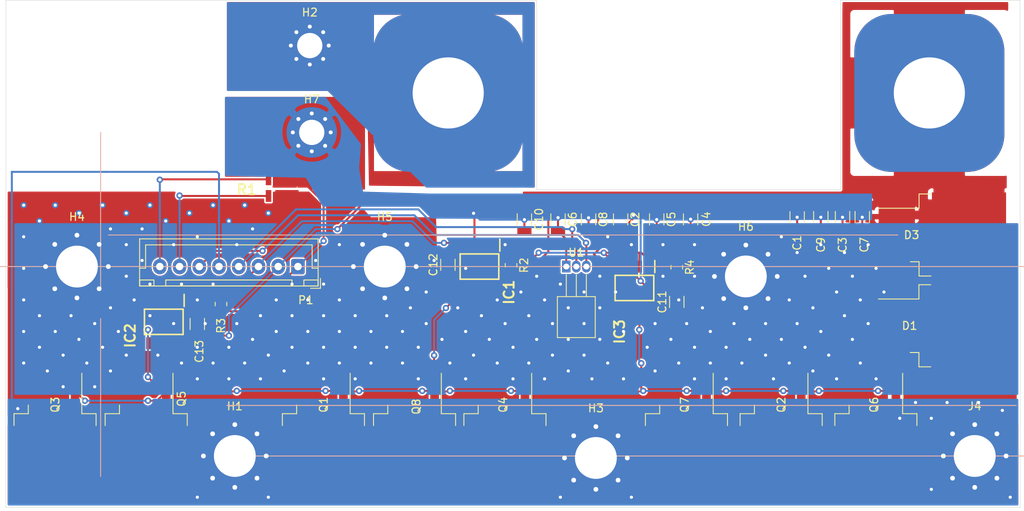
<source format=kicad_pcb>
(kicad_pcb (version 20171130) (host pcbnew "(5.1.9)-1")
  (layers (0 F.Cu signal hide) (31 B.Cu signal) (34 B.Paste user) (35 F.Paste user hide) (36 B.SilkS user hide) (37 F.SilkS user) (38 B.Mask user) (39 F.Mask user hide) (44 Edge.Cuts user))
  (net 0 "")
  (net 1 GND)
  (net 2 VCC)
  (net 3 +BATT)
  (net 4 "Net-(IC1-Pad1)")
  (net 5 Gate_logic)
  (net 6 Gate)
  (net 7 "Net-(IC1-Pad8)")
  (net 8 Dallas)
  (net 9 +5V)
  (net 10 R_Schunt_H)
  (net 11 R_Schunt_L)
  (net 12 FET_GND)
  (net 13 Probe-)
  (net 14 "Net-(IC2-Pad8)")
  (net 15 "Net-(IC2-Pad1)")
  (net 16 "Net-(IC3-Pad8)")
  (net 17 "Net-(IC3-Pad1)")
  (module Capacitor_SMD:C_1206_3216Metric (layer F.Cu) (at 10.25 73.275 90)
    (fp_text reference C13 (at -3.475 0.25 90) (layer F.SilkS))
    (fp_text value 10µ)
    (pad 2 smd roundrect (at 1.475 0 90) (size 1.15 1.8) (layers F.Cu F.Paste F.Mask) (roundrect_rratio 0.217391) (net 1 GND))
    (pad 1 smd roundrect (at -1.475 0 90) (size 1.15 1.8) (layers F.Cu F.Paste F.Mask) (roundrect_rratio 0.217391) (net 2 VCC))
  )
  (module Capacitor_SMD:C_1206_3216Metric (layer F.Cu) (at 42 65.775 90)
    (fp_text reference C12 (at 0 -1.85 90) (layer F.SilkS))
    (fp_text value 10µ)
    (pad 2 smd roundrect (at 1.475 0 90) (size 1.15 1.8) (layers F.Cu F.Paste F.Mask) (roundrect_rratio 0.217391) (net 1 GND))
    (pad 1 smd roundrect (at -1.475 0 90) (size 1.15 1.8) (layers F.Cu F.Paste F.Mask) (roundrect_rratio 0.217391) (net 2 VCC))
  )
  (module Capacitor_SMD:C_1206_3216Metric (layer F.Cu) (at 71 70.475 90)
    (fp_text reference C11 (at 0 -1.85 90) (layer F.SilkS))
    (fp_text value 10µ)
    (pad 2 smd roundrect (at 1.475 0 90) (size 1.15 1.8) (layers F.Cu F.Paste F.Mask) (roundrect_rratio 0.217391) (net 1 GND))
    (pad 1 smd roundrect (at -1.475 0 90) (size 1.15 1.8) (layers F.Cu F.Paste F.Mask) (roundrect_rratio 0.217391) (net 2 VCC))
  )
  (module Resistor_SMD:R_0805_2012Metric (layer F.Cu) (at 71 66.0875 270)
    (fp_text reference R4 (at 0 -1.65 90) (layer F.SilkS))
    (fp_text value 10k)
    (pad 2 smd roundrect (at 0.9125 0 270) (size 1.025 1.4) (layers F.Cu F.Paste F.Mask) (roundrect_rratio 0.243902) (net 1 GND))
    (pad 1 smd roundrect (at -0.9125 0 270) (size 1.025 1.4) (layers F.Cu F.Paste F.Mask) (roundrect_rratio 0.243902) (net 5 Gate_logic))
  )
  (module Resistor_SMD:R_0805_2012Metric (layer F.Cu) (at 13.25 70.75 270)
    (fp_text reference R3 (at 2.75 0 90) (layer F.SilkS))
    (fp_text value 10k)
    (pad 2 smd roundrect (at 0.9125 0 270) (size 1.025 1.4) (layers F.Cu F.Paste F.Mask) (roundrect_rratio 0.243902) (net 1 GND))
    (pad 1 smd roundrect (at -0.9125 0 270) (size 1.025 1.4) (layers F.Cu F.Paste F.Mask) (roundrect_rratio 0.243902) (net 5 Gate_logic))
  )
  (module Resistor_SMD:R_0805_2012Metric (layer F.Cu) (at 50 65.8375 270)
    (fp_text reference R2 (at 0 -1.65 90) (layer F.SilkS))
    (fp_text value 10k)
    (pad 2 smd roundrect (at 0.9125 0 270) (size 1.025 1.4) (layers F.Cu F.Paste F.Mask) (roundrect_rratio 0.243902) (net 1 GND))
    (pad 1 smd roundrect (at -0.9125 0 270) (size 1.025 1.4) (layers F.Cu F.Paste F.Mask) (roundrect_rratio 0.243902) (net 5 Gate_logic))
  )
  (module SamacSys_Parts:SOIC127P600X175-8N (layer F.Cu) (at 65.635 68.712 270)
    (fp_text reference IC3 (at 5.538 1.885 90) (layer F.SilkS) (effects (font (size 1.27 1.27) (thickness 0.254))))
    (fp_text value IXDD604SIA hide)
    (pad 8 smd rect (at 2.712 -1.905) (size 0.65 1.525) (layers F.Cu F.Paste F.Mask) (net 16 "Net-(IC3-Pad8)"))
    (pad 7 smd rect (at 2.712 -0.635) (size 0.65 1.525) (layers F.Cu F.Paste F.Mask) (net 6 Gate))
    (pad 6 smd rect (at 2.712 0.635) (size 0.65 1.525) (layers F.Cu F.Paste F.Mask) (net 2 VCC))
    (pad 5 smd rect (at 2.712 1.905) (size 0.65 1.525) (layers F.Cu F.Paste F.Mask) (net 6 Gate))
    (pad 4 smd rect (at -2.712 1.905) (size 0.65 1.525) (layers F.Cu F.Paste F.Mask) (net 5 Gate_logic))
    (pad 3 smd rect (at -2.712 0.635) (size 0.65 1.525) (layers F.Cu F.Paste F.Mask) (net 1 GND))
    (pad 2 smd rect (at -2.712 -0.635) (size 0.65 1.525) (layers F.Cu F.Paste F.Mask) (net 5 Gate_logic))
    (pad 1 smd rect (at -2.712 -1.905) (size 0.65 1.525) (layers F.Cu F.Paste F.Mask) (net 17 "Net-(IC3-Pad1)"))
  )
  (module SamacSys_Parts:SOIC127P600X175-8N (layer F.Cu) (at 6 73 270)
    (fp_text reference IC2 (at 1.75 4.25 90) (layer F.SilkS) (effects (font (size 1.27 1.27) (thickness 0.254))))
    (fp_text value IXDD604SIA hide)
    (pad 8 smd rect (at 2.712 -1.905) (size 0.65 1.525) (layers F.Cu F.Paste F.Mask) (net 14 "Net-(IC2-Pad8)"))
    (pad 7 smd rect (at 2.712 -0.635) (size 0.65 1.525) (layers F.Cu F.Paste F.Mask) (net 6 Gate))
    (pad 6 smd rect (at 2.712 0.635) (size 0.65 1.525) (layers F.Cu F.Paste F.Mask) (net 2 VCC))
    (pad 5 smd rect (at 2.712 1.905) (size 0.65 1.525) (layers F.Cu F.Paste F.Mask) (net 6 Gate))
    (pad 4 smd rect (at -2.712 1.905) (size 0.65 1.525) (layers F.Cu F.Paste F.Mask) (net 5 Gate_logic))
    (pad 3 smd rect (at -2.712 0.635) (size 0.65 1.525) (layers F.Cu F.Paste F.Mask) (net 1 GND))
    (pad 2 smd rect (at -2.712 -0.635) (size 0.65 1.525) (layers F.Cu F.Paste F.Mask) (net 5 Gate_logic))
    (pad 1 smd rect (at -2.712 -1.905) (size 0.65 1.525) (layers F.Cu F.Paste F.Mask) (net 15 "Net-(IC2-Pad1)"))
  )
  (module MountingHole:MountingHole_3.2mm_M3_Pad_Via (layer F.Cu) (at 24.75 49)
    (fp_text reference H7 (at 0 -4.2) (layer F.SilkS))
    (fp_text value MountingHole_Pad)
    (pad 1 thru_hole circle (at 1.697056 -1.697056) (size 0.8 0.8) (drill 0.5) (layers *.Cu *.Mask) (net 1 GND))
    (pad 1 thru_hole circle (at 0 -2.4) (size 0.8 0.8) (drill 0.5) (layers *.Cu *.Mask) (net 1 GND))
    (pad 1 thru_hole circle (at -1.697056 -1.697056) (size 0.8 0.8) (drill 0.5) (layers *.Cu *.Mask) (net 1 GND))
    (pad 1 thru_hole circle (at -2.4 0) (size 0.8 0.8) (drill 0.5) (layers *.Cu *.Mask) (net 1 GND))
    (pad 1 thru_hole circle (at -1.697056 1.697056) (size 0.8 0.8) (drill 0.5) (layers *.Cu *.Mask) (net 1 GND))
    (pad 1 thru_hole circle (at 0 2.4) (size 0.8 0.8) (drill 0.5) (layers *.Cu *.Mask) (net 1 GND))
    (pad 1 thru_hole circle (at 1.697056 1.697056) (size 0.8 0.8) (drill 0.5) (layers *.Cu *.Mask) (net 1 GND))
    (pad 1 thru_hole circle (at 2.4 0) (size 0.8 0.8) (drill 0.5) (layers *.Cu *.Mask) (net 1 GND))
    (pad 1 thru_hole circle (at 0 0) (size 6.4 6.4) (drill 3.2) (layers *.Cu *.Mask) (net 1 GND))
  )
  (module MountingHole:MountingHole_3.2mm_M3_Pad_Via (layer F.Cu) (at 24.5 38)
    (fp_text reference H2 (at 0 -4.2) (layer F.SilkS))
    (fp_text value MountingHole_Pad)
    (pad 1 thru_hole circle (at 1.697056 -1.697056) (size 0.8 0.8) (drill 0.5) (layers *.Cu *.Mask) (net 3 +BATT))
    (pad 1 thru_hole circle (at 0 -2.4) (size 0.8 0.8) (drill 0.5) (layers *.Cu *.Mask) (net 3 +BATT))
    (pad 1 thru_hole circle (at -1.697056 -1.697056) (size 0.8 0.8) (drill 0.5) (layers *.Cu *.Mask) (net 3 +BATT))
    (pad 1 thru_hole circle (at -2.4 0) (size 0.8 0.8) (drill 0.5) (layers *.Cu *.Mask) (net 3 +BATT))
    (pad 1 thru_hole circle (at -1.697056 1.697056) (size 0.8 0.8) (drill 0.5) (layers *.Cu *.Mask) (net 3 +BATT))
    (pad 1 thru_hole circle (at 0 2.4) (size 0.8 0.8) (drill 0.5) (layers *.Cu *.Mask) (net 3 +BATT))
    (pad 1 thru_hole circle (at 1.697056 1.697056) (size 0.8 0.8) (drill 0.5) (layers *.Cu *.Mask) (net 3 +BATT))
    (pad 1 thru_hole circle (at 2.4 0) (size 0.8 0.8) (drill 0.5) (layers *.Cu *.Mask) (net 3 +BATT))
    (pad 1 thru_hole circle (at 0 0) (size 6.4 6.4) (drill 3.2) (layers *.Cu *.Mask) (net 3 +BATT))
  )
  (module MountingHole:MountingHole_5.3mm_M5_Pad_Via (layer F.Cu) (at 79.75 67.25)
    (fp_text reference H6 (at 0 -6.3) (layer F.SilkS))
    (fp_text value MountingHole_Pad)
    (pad 1 thru_hole circle (at 2.810749 -2.810749) (size 0.9 0.9) (drill 0.6) (layers *.Cu *.Mask) (net 12 FET_GND))
    (pad 1 thru_hole circle (at 0 -3.975) (size 0.9 0.9) (drill 0.6) (layers *.Cu *.Mask) (net 12 FET_GND))
    (pad 1 thru_hole circle (at -2.810749 -2.810749) (size 0.9 0.9) (drill 0.6) (layers *.Cu *.Mask) (net 12 FET_GND))
    (pad 1 thru_hole circle (at -3.975 0) (size 0.9 0.9) (drill 0.6) (layers *.Cu *.Mask) (net 12 FET_GND))
    (pad 1 thru_hole circle (at -2.810749 2.810749) (size 0.9 0.9) (drill 0.6) (layers *.Cu *.Mask) (net 12 FET_GND))
    (pad 1 thru_hole circle (at 0 3.975) (size 0.9 0.9) (drill 0.6) (layers *.Cu *.Mask) (net 12 FET_GND))
    (pad 1 thru_hole circle (at 2.810749 2.810749) (size 0.9 0.9) (drill 0.6) (layers *.Cu *.Mask) (net 12 FET_GND))
    (pad 1 thru_hole circle (at 3.975 0) (size 0.9 0.9) (drill 0.6) (layers *.Cu *.Mask) (net 12 FET_GND))
    (pad 1 thru_hole circle (at 0 0) (size 10.6 10.6) (drill 5.3) (layers *.Cu *.Mask) (net 12 FET_GND))
  )
  (module MountingHole:MountingHole_5.3mm_M5_Pad_Via (layer F.Cu) (at 34 66)
    (fp_text reference H5 (at 0 -6.3) (layer F.SilkS))
    (fp_text value MountingHole_Pad)
    (pad 1 thru_hole circle (at 2.810749 -2.810749) (size 0.9 0.9) (drill 0.6) (layers *.Cu *.Mask) (net 12 FET_GND))
    (pad 1 thru_hole circle (at 0 -3.975) (size 0.9 0.9) (drill 0.6) (layers *.Cu *.Mask) (net 12 FET_GND))
    (pad 1 thru_hole circle (at -2.810749 -2.810749) (size 0.9 0.9) (drill 0.6) (layers *.Cu *.Mask) (net 12 FET_GND))
    (pad 1 thru_hole circle (at -3.975 0) (size 0.9 0.9) (drill 0.6) (layers *.Cu *.Mask) (net 12 FET_GND))
    (pad 1 thru_hole circle (at -2.810749 2.810749) (size 0.9 0.9) (drill 0.6) (layers *.Cu *.Mask) (net 12 FET_GND))
    (pad 1 thru_hole circle (at 0 3.975) (size 0.9 0.9) (drill 0.6) (layers *.Cu *.Mask) (net 12 FET_GND))
    (pad 1 thru_hole circle (at 2.810749 2.810749) (size 0.9 0.9) (drill 0.6) (layers *.Cu *.Mask) (net 12 FET_GND))
    (pad 1 thru_hole circle (at 3.975 0) (size 0.9 0.9) (drill 0.6) (layers *.Cu *.Mask) (net 12 FET_GND))
    (pad 1 thru_hole circle (at 0 0) (size 10.6 10.6) (drill 5.3) (layers *.Cu *.Mask) (net 12 FET_GND))
  )
  (module MountingHole:MountingHole_5.3mm_M5_Pad_Via (layer F.Cu) (at -5 66)
    (fp_text reference H4 (at 0 -6.3) (layer F.SilkS))
    (fp_text value MountingHole_Pad)
    (pad 1 thru_hole circle (at 2.810749 -2.810749) (size 0.9 0.9) (drill 0.6) (layers *.Cu *.Mask) (net 12 FET_GND))
    (pad 1 thru_hole circle (at 0 -3.975) (size 0.9 0.9) (drill 0.6) (layers *.Cu *.Mask) (net 12 FET_GND))
    (pad 1 thru_hole circle (at -2.810749 -2.810749) (size 0.9 0.9) (drill 0.6) (layers *.Cu *.Mask) (net 12 FET_GND))
    (pad 1 thru_hole circle (at -3.975 0) (size 0.9 0.9) (drill 0.6) (layers *.Cu *.Mask) (net 12 FET_GND))
    (pad 1 thru_hole circle (at -2.810749 2.810749) (size 0.9 0.9) (drill 0.6) (layers *.Cu *.Mask) (net 12 FET_GND))
    (pad 1 thru_hole circle (at 0 3.975) (size 0.9 0.9) (drill 0.6) (layers *.Cu *.Mask) (net 12 FET_GND))
    (pad 1 thru_hole circle (at 2.810749 2.810749) (size 0.9 0.9) (drill 0.6) (layers *.Cu *.Mask) (net 12 FET_GND))
    (pad 1 thru_hole circle (at 3.975 0) (size 0.9 0.9) (drill 0.6) (layers *.Cu *.Mask) (net 12 FET_GND))
    (pad 1 thru_hole circle (at 0 0) (size 10.6 10.6) (drill 5.3) (layers *.Cu *.Mask) (net 12 FET_GND))
  )
  (module MountingHole:MountingHole_5.3mm_M5_Pad_Via (layer F.Cu) (at 60.75 90.25)
    (fp_text reference H3 (at 0 -6.3) (layer F.SilkS))
    (fp_text value MountingHole_Pad)
    (pad 1 thru_hole circle (at 2.810749 -2.810749) (size 0.9 0.9) (drill 0.6) (layers *.Cu *.Mask) (net 13 Probe-))
    (pad 1 thru_hole circle (at 0 -3.975) (size 0.9 0.9) (drill 0.6) (layers *.Cu *.Mask) (net 13 Probe-))
    (pad 1 thru_hole circle (at -2.810749 -2.810749) (size 0.9 0.9) (drill 0.6) (layers *.Cu *.Mask) (net 13 Probe-))
    (pad 1 thru_hole circle (at -3.975 0) (size 0.9 0.9) (drill 0.6) (layers *.Cu *.Mask) (net 13 Probe-))
    (pad 1 thru_hole circle (at -2.810749 2.810749) (size 0.9 0.9) (drill 0.6) (layers *.Cu *.Mask) (net 13 Probe-))
    (pad 1 thru_hole circle (at 0 3.975) (size 0.9 0.9) (drill 0.6) (layers *.Cu *.Mask) (net 13 Probe-))
    (pad 1 thru_hole circle (at 2.810749 2.810749) (size 0.9 0.9) (drill 0.6) (layers *.Cu *.Mask) (net 13 Probe-))
    (pad 1 thru_hole circle (at 3.975 0) (size 0.9 0.9) (drill 0.6) (layers *.Cu *.Mask) (net 13 Probe-))
    (pad 1 thru_hole circle (at 0 0) (size 10.6 10.6) (drill 5.3) (layers *.Cu *.Mask) (net 13 Probe-))
  )
  (module MountingHole:MountingHole_5.3mm_M5_Pad_Via (layer F.Cu) (at 15 90)
    (fp_text reference H1 (at 0 -6.3) (layer F.SilkS))
    (fp_text value MountingHole_Pad)
    (pad 1 thru_hole circle (at 2.810749 -2.810749) (size 0.9 0.9) (drill 0.6) (layers *.Cu *.Mask) (net 13 Probe-))
    (pad 1 thru_hole circle (at 0 -3.975) (size 0.9 0.9) (drill 0.6) (layers *.Cu *.Mask) (net 13 Probe-))
    (pad 1 thru_hole circle (at -2.810749 -2.810749) (size 0.9 0.9) (drill 0.6) (layers *.Cu *.Mask) (net 13 Probe-))
    (pad 1 thru_hole circle (at -3.975 0) (size 0.9 0.9) (drill 0.6) (layers *.Cu *.Mask) (net 13 Probe-))
    (pad 1 thru_hole circle (at -2.810749 2.810749) (size 0.9 0.9) (drill 0.6) (layers *.Cu *.Mask) (net 13 Probe-))
    (pad 1 thru_hole circle (at 0 3.975) (size 0.9 0.9) (drill 0.6) (layers *.Cu *.Mask) (net 13 Probe-))
    (pad 1 thru_hole circle (at 2.810749 2.810749) (size 0.9 0.9) (drill 0.6) (layers *.Cu *.Mask) (net 13 Probe-))
    (pad 1 thru_hole circle (at 3.975 0) (size 0.9 0.9) (drill 0.6) (layers *.Cu *.Mask) (net 13 Probe-))
    (pad 1 thru_hole circle (at 0 0) (size 10.6 10.6) (drill 5.3) (layers *.Cu *.Mask) (net 13 Probe-))
  )
  (module Package_TO_SOT_SMD:TO-263-2 (layer F.Cu) (at 37.775 87.592 270)
    (fp_text reference Q8 (at -3.842 -0.225 90) (layer F.SilkS))
    (fp_text value IRFB7430)
    (pad 2 smd rect (at 3.375 0 270) (size 9.4 10.8) (layers F.Cu F.Mask) (net 13 Probe-))
    (pad 3 smd rect (at -5.775 2.54 270) (size 4.6 1.1) (layers F.Cu F.Paste F.Mask) (net 12 FET_GND))
    (pad 1 smd rect (at -5.775 -2.54 270) (size 4.6 1.1) (layers F.Cu F.Paste F.Mask) (net 6 Gate))
  )
  (module Package_TO_SOT_SMD:TO-263-2 (layer F.Cu) (at 72.225 87.592 270)
    (fp_text reference Q7 (at -4.092 0.225 90) (layer F.SilkS))
    (fp_text value IRFB7430)
    (pad 2 smd rect (at 3.375 0 270) (size 9.4 10.8) (layers F.Cu F.Mask) (net 13 Probe-))
    (pad 3 smd rect (at -5.775 2.54 270) (size 4.6 1.1) (layers F.Cu F.Paste F.Mask) (net 12 FET_GND))
    (pad 1 smd rect (at -5.775 -2.54 270) (size 4.6 1.1) (layers F.Cu F.Paste F.Mask) (net 6 Gate))
  )
  (module Package_TO_SOT_SMD:TO-263-2 (layer F.Cu) (at 96.225 87.592 270)
    (fp_text reference Q6 (at -4.092 0.225 90) (layer F.SilkS))
    (fp_text value IRFB7430)
    (pad 2 smd rect (at 3.375 0 270) (size 9.4 10.8) (layers F.Cu F.Mask) (net 13 Probe-))
    (pad 3 smd rect (at -5.775 2.54 270) (size 4.6 1.1) (layers F.Cu F.Paste F.Mask) (net 12 FET_GND))
    (pad 1 smd rect (at -5.775 -2.54 270) (size 4.6 1.1) (layers F.Cu F.Paste F.Mask) (net 6 Gate))
  )
  (module Package_TO_SOT_SMD:TO-263-2 (layer F.Cu) (at 3.775 87.592 270)
    (fp_text reference Q5 (at -4.842 -4.475 90) (layer F.SilkS))
    (fp_text value IRFB7430)
    (pad 2 smd rect (at 3.375 0 270) (size 9.4 10.8) (layers F.Cu F.Mask) (net 13 Probe-))
    (pad 3 smd rect (at -5.775 2.54 270) (size 4.6 1.1) (layers F.Cu F.Paste F.Mask) (net 12 FET_GND))
    (pad 1 smd rect (at -5.775 -2.54 270) (size 4.6 1.1) (layers F.Cu F.Paste F.Mask) (net 6 Gate))
  )
  (module Package_TO_SOT_SMD:TO-263-2 (layer F.Cu) (at 49.225 87.592 270)
    (fp_text reference Q4 (at -4.092 0.225 90) (layer F.SilkS))
    (fp_text value IRFB7430)
    (pad 2 smd rect (at 3.375 0 270) (size 9.4 10.8) (layers F.Cu F.Mask) (net 13 Probe-))
    (pad 3 smd rect (at -5.775 2.54 270) (size 4.6 1.1) (layers F.Cu F.Paste F.Mask) (net 12 FET_GND))
    (pad 1 smd rect (at -5.775 -2.54 270) (size 4.6 1.1) (layers F.Cu F.Paste F.Mask) (net 6 Gate))
  )
  (module Package_TO_SOT_SMD:TO-263-2 (layer F.Cu) (at -7.775 87.592 270)
    (fp_text reference Q3 (at -4.092 -0.025 90) (layer F.SilkS))
    (fp_text value IRFB7430)
    (pad 2 smd rect (at 3.375 0 270) (size 9.4 10.8) (layers F.Cu F.Mask) (net 13 Probe-))
    (pad 3 smd rect (at -5.775 2.54 270) (size 4.6 1.1) (layers F.Cu F.Paste F.Mask) (net 12 FET_GND))
    (pad 1 smd rect (at -5.775 -2.54 270) (size 4.6 1.1) (layers F.Cu F.Paste F.Mask) (net 6 Gate))
  )
  (module Package_TO_SOT_SMD:TO-263-2 (layer F.Cu) (at 84.225 87.592 270)
    (fp_text reference Q2 (at -4.092 -0.025 90) (layer F.SilkS))
    (fp_text value IRFB7430)
    (pad 2 smd rect (at 3.375 0 270) (size 9.4 10.8) (layers F.Cu F.Mask) (net 13 Probe-))
    (pad 3 smd rect (at -5.775 2.54 270) (size 4.6 1.1) (layers F.Cu F.Paste F.Mask) (net 12 FET_GND))
    (pad 1 smd rect (at -5.775 -2.54 270) (size 4.6 1.1) (layers F.Cu F.Paste F.Mask) (net 6 Gate))
  )
  (module Package_TO_SOT_SMD:TO-263-2 (layer F.Cu) (at 26.225 87.592 270)
    (fp_text reference Q1 (at -4.092 -0.025 90) (layer F.SilkS))
    (fp_text value IRFB7430)
    (pad 2 smd rect (at 3.375 0 270) (size 9.4 10.8) (layers F.Cu F.Mask) (net 13 Probe-))
    (pad 3 smd rect (at -5.775 2.54 270) (size 4.6 1.1) (layers F.Cu F.Paste F.Mask) (net 12 FET_GND))
    (pad 1 smd rect (at -5.775 -2.54 270) (size 4.6 1.1) (layers F.Cu F.Paste F.Mask) (net 6 Gate))
  )
  (module Capacitor_SMD:C_1206_3216Metric (layer F.Cu) (at 86.25 59.75 270)
    (fp_text reference C1 (at 3.25 0 90) (layer F.SilkS))
    (fp_text value 10µ)
    (pad 2 smd roundrect (at 1.475 0 270) (size 1.15 1.8) (layers F.Cu F.Paste F.Mask) (roundrect_rratio 0.217391) (net 1 GND))
    (pad 1 smd roundrect (at -1.475 0 270) (size 1.15 1.8) (layers F.Cu F.Paste F.Mask) (roundrect_rratio 0.217391) (net 2 VCC))
  )
  (module Capacitor_SMD:C_1206_3216Metric (layer F.Cu) (at 63.884 60.025 270)
    (fp_text reference C2 (at 0 -1.85 90) (layer F.SilkS))
    (fp_text value 10µ)
    (pad 1 smd roundrect (at -1.475 0 270) (size 1.15 1.8) (layers F.Cu F.Paste F.Mask) (roundrect_rratio 0.217391) (net 2 VCC))
    (pad 2 smd roundrect (at 1.475 0 270) (size 1.15 1.8) (layers F.Cu F.Paste F.Mask) (roundrect_rratio 0.217391) (net 1 GND))
  )
  (module Capacitor_SMD:C_1206_3216Metric (layer F.Cu) (at 92 59.725 270)
    (fp_text reference C3 (at 3.525 0 90) (layer F.SilkS))
    (fp_text value 10µ)
    (pad 2 smd roundrect (at 1.475 0 270) (size 1.15 1.8) (layers F.Cu F.Paste F.Mask) (roundrect_rratio 0.217391) (net 1 GND))
    (pad 1 smd roundrect (at -1.475 0 270) (size 1.15 1.8) (layers F.Cu F.Paste F.Mask) (roundrect_rratio 0.217391) (net 2 VCC))
  )
  (module Capacitor_SMD:C_1206_3216Metric (layer F.Cu) (at 72.75 60.025 270)
    (fp_text reference C4 (at -0.025 -2 90) (layer F.SilkS))
    (fp_text value 10µ)
    (pad 1 smd roundrect (at -1.475 0 270) (size 1.15 1.8) (layers F.Cu F.Paste F.Mask) (roundrect_rratio 0.217391) (net 2 VCC))
    (pad 2 smd roundrect (at 1.475 0 270) (size 1.15 1.8) (layers F.Cu F.Paste F.Mask) (roundrect_rratio 0.217391) (net 1 GND))
  )
  (module Capacitor_SMD:C_1206_3216Metric (layer F.Cu) (at 68.456 60.025 270)
    (fp_text reference C5 (at 0 -1.85 90) (layer F.SilkS))
    (fp_text value 10µ)
    (pad 2 smd roundrect (at 1.475 0 270) (size 1.15 1.8) (layers F.Cu F.Paste F.Mask) (roundrect_rratio 0.217391) (net 1 GND))
    (pad 1 smd roundrect (at -1.475 0 270) (size 1.15 1.8) (layers F.Cu F.Paste F.Mask) (roundrect_rratio 0.217391) (net 2 VCC))
  )
  (module Capacitor_SMD:C_1206_3216Metric (layer F.Cu) (at 55.950999 60.025 270)
    (fp_text reference C6 (at 0 -1.85 90) (layer F.SilkS))
    (fp_text value 10µ)
    (pad 1 smd roundrect (at -1.475 0 270) (size 1.15 1.8) (layers F.Cu F.Paste F.Mask) (roundrect_rratio 0.217391) (net 2 VCC))
    (pad 2 smd roundrect (at 1.475 0 270) (size 1.15 1.8) (layers F.Cu F.Paste F.Mask) (roundrect_rratio 0.217391) (net 1 GND))
  )
  (module Capacitor_SMD:C_1206_3216Metric (layer F.Cu) (at 94.5 59.725 270)
    (fp_text reference C7 (at 3.525 -0.25 90) (layer F.SilkS))
    (fp_text value 10µ)
    (pad 2 smd roundrect (at 1.475 0 270) (size 1.15 1.8) (layers F.Cu F.Paste F.Mask) (roundrect_rratio 0.217391) (net 1 GND))
    (pad 1 smd roundrect (at -1.475 0 270) (size 1.15 1.8) (layers F.Cu F.Paste F.Mask) (roundrect_rratio 0.217391) (net 2 VCC))
  )
  (module Capacitor_SMD:C_1206_3216Metric (layer F.Cu) (at 59.82 60.025 270)
    (fp_text reference C8 (at 0 -1.85 90) (layer F.SilkS))
    (fp_text value 10µ)
    (pad 1 smd roundrect (at -1.475 0 270) (size 1.15 1.8) (layers F.Cu F.Paste F.Mask) (roundrect_rratio 0.217391) (net 2 VCC))
    (pad 2 smd roundrect (at 1.475 0 270) (size 1.15 1.8) (layers F.Cu F.Paste F.Mask) (roundrect_rratio 0.217391) (net 1 GND))
  )
  (module Capacitor_SMD:C_1206_3216Metric (layer F.Cu) (at 89.25 59.725 270)
    (fp_text reference C9 (at 3.525 0 90) (layer F.SilkS))
    (fp_text value 10µ)
    (pad 2 smd roundrect (at 1.475 0 270) (size 1.15 1.8) (layers F.Cu F.Paste F.Mask) (roundrect_rratio 0.217391) (net 1 GND))
    (pad 1 smd roundrect (at -1.475 0 270) (size 1.15 1.8) (layers F.Cu F.Paste F.Mask) (roundrect_rratio 0.217391) (net 2 VCC))
  )
  (module Capacitor_SMD:C_1206_3216Metric (layer F.Cu) (at 51.692 60.025 270)
    (fp_text reference C10 (at 0 -1.85 90) (layer F.SilkS))
    (fp_text value 10µ)
    (pad 1 smd roundrect (at -1.475 0 270) (size 1.15 1.8) (layers F.Cu F.Paste F.Mask) (roundrect_rratio 0.217391) (net 2 VCC))
    (pad 2 smd roundrect (at 1.475 0 270) (size 1.15 1.8) (layers F.Cu F.Paste F.Mask) (roundrect_rratio 0.217391) (net 1 GND))
  )
  (module Package_TO_SOT_SMD:TO-263-2_TabPin1 (layer F.Cu) (at 104.625 73.5)
    (fp_text reference D1 (at -4.125 0) (layer F.SilkS))
    (fp_text value RF2001NS2D)
    (pad 1 smd rect (at -5.775 -2.54) (size 4.6 1.1) (layers F.Cu F.Paste F.Mask) (net 13 Probe-))
    (pad 2 smd rect (at -5.775 2.54) (size 4.6 1.1) (layers F.Cu F.Paste F.Mask) (net 12 FET_GND))
    (pad 1 smd rect (at 3.375 0) (size 9.4 10.8) (layers F.Cu F.Mask) (net 13 Probe-))
  )
  (module Package_TO_SOT_SMD:TO-263-2_TabPin1 (layer F.Cu) (at 104.648 62)
    (fp_text reference D3 (at -3.898 0) (layer F.SilkS))
    (fp_text value RF2001NS2D)
    (pad 1 smd rect (at -5.775 -2.54) (size 4.6 1.1) (layers F.Cu F.Paste F.Mask) (net 2 VCC))
    (pad 2 smd rect (at -5.775 2.54) (size 4.6 1.1) (layers F.Cu F.Paste F.Mask) (net 13 Probe-))
    (pad 1 smd rect (at 3.375 0) (size 9.4 10.8) (layers F.Cu F.Mask) (net 2 VCC))
  )
  (module my_parts:ANL_Fuse (layer F.Cu) (at 103 44 180)
    (fp_text reference F1 (at 0 0) (layer F.SilkS))
    (fp_text value 300A)
    (pad 1 thru_hole roundrect (at 0 0 180) (size 19.01 20.01) (drill 9.01) (layers *.Cu *.Mask) (net 2 VCC))
    (pad 2 thru_hole roundrect (at 60.96 0 180) (size 19.01 20.01) (drill 9.01) (layers *.Cu *.Mask) (net 3 +BATT))
  )
  (module SamacSys_Parts:SOIC127P600X175-8N (layer F.Cu) (at 46 66 270)
    (fp_text reference IC1 (at 3.25 -3.75 90) (layer F.SilkS) (effects (font (size 1.27 1.27) (thickness 0.254))))
    (fp_text value IXDD604SIA hide)
    (pad 1 smd rect (at -2.712 -1.905) (size 0.65 1.525) (layers F.Cu F.Paste F.Mask) (net 4 "Net-(IC1-Pad1)"))
    (pad 2 smd rect (at -2.712 -0.635) (size 0.65 1.525) (layers F.Cu F.Paste F.Mask) (net 5 Gate_logic))
    (pad 3 smd rect (at -2.712 0.635) (size 0.65 1.525) (layers F.Cu F.Paste F.Mask) (net 1 GND))
    (pad 4 smd rect (at -2.712 1.905) (size 0.65 1.525) (layers F.Cu F.Paste F.Mask) (net 5 Gate_logic))
    (pad 5 smd rect (at 2.712 1.905) (size 0.65 1.525) (layers F.Cu F.Paste F.Mask) (net 6 Gate))
    (pad 6 smd rect (at 2.712 0.635) (size 0.65 1.525) (layers F.Cu F.Paste F.Mask) (net 2 VCC))
    (pad 7 smd rect (at 2.712 -0.635) (size 0.65 1.525) (layers F.Cu F.Paste F.Mask) (net 6 Gate))
    (pad 8 smd rect (at 2.712 -1.905) (size 0.65 1.525) (layers F.Cu F.Paste F.Mask) (net 7 "Net-(IC1-Pad8)"))
  )
  (module MountingHole:MountingHole_5.3mm_M5_Pad_Via (layer F.Cu) (at 108.75 90)
    (fp_text reference J4 (at 0 -6.3) (layer F.SilkS))
    (fp_text value probe-)
    (pad 1 thru_hole circle (at 2.810749 -2.810749) (size 0.9 0.9) (drill 0.6) (layers *.Cu *.Mask) (net 13 Probe-))
    (pad 1 thru_hole circle (at 0 -3.975) (size 0.9 0.9) (drill 0.6) (layers *.Cu *.Mask) (net 13 Probe-))
    (pad 1 thru_hole circle (at -2.810749 -2.810749) (size 0.9 0.9) (drill 0.6) (layers *.Cu *.Mask) (net 13 Probe-))
    (pad 1 thru_hole circle (at -3.975 0) (size 0.9 0.9) (drill 0.6) (layers *.Cu *.Mask) (net 13 Probe-))
    (pad 1 thru_hole circle (at -2.810749 2.810749) (size 0.9 0.9) (drill 0.6) (layers *.Cu *.Mask) (net 13 Probe-))
    (pad 1 thru_hole circle (at 0 3.975) (size 0.9 0.9) (drill 0.6) (layers *.Cu *.Mask) (net 13 Probe-))
    (pad 1 thru_hole circle (at 2.810749 2.810749) (size 0.9 0.9) (drill 0.6) (layers *.Cu *.Mask) (net 13 Probe-))
    (pad 1 thru_hole circle (at 3.975 0) (size 0.9 0.9) (drill 0.6) (layers *.Cu *.Mask) (net 13 Probe-))
    (pad 1 thru_hole circle (at 0 0) (size 10.6 10.6) (drill 5.3) (layers *.Cu *.Mask) (net 13 Probe-))
  )
  (module Connector_JST:JST_XH_B8B-XH-A_1x08_P2.50mm_Vertical (layer F.Cu) (at 23 66 180)
    (fp_text reference P1 (at -1 -4.25) (layer F.SilkS))
    (fp_text value CONN_01X08)
    (pad 8 thru_hole oval (at 17.5 0 180) (size 1.7 1.95) (drill 0.95) (layers *.Cu *.Mask) (net 11 R_Schunt_L))
    (pad 7 thru_hole oval (at 15 0 180) (size 1.7 1.95) (drill 0.95) (layers *.Cu *.Mask) (net 10 R_Schunt_H))
    (pad 6 thru_hole oval (at 12.5 0 180) (size 1.7 1.95) (drill 0.95) (layers *.Cu *.Mask) (net 9 +5V))
    (pad 5 thru_hole oval (at 10 0 180) (size 1.7 1.95) (drill 0.95) (layers *.Cu *.Mask) (net 13 Probe-))
    (pad 4 thru_hole oval (at 7.5 0 180) (size 1.7 1.95) (drill 0.95) (layers *.Cu *.Mask) (net 8 Dallas))
    (pad 3 thru_hole oval (at 5 0 180) (size 1.7 1.95) (drill 0.95) (layers *.Cu *.Mask) (net 5 Gate_logic))
    (pad 2 thru_hole oval (at 2.5 0 180) (size 1.7 1.95) (drill 0.95) (layers *.Cu *.Mask) (net 2 VCC))
    (pad 1 thru_hole roundrect (at 0 0 180) (size 1.7 1.95) (drill 0.95) (layers *.Cu *.Mask) (roundrect_rratio 0.147059) (net 1 GND))
  )
  (module SamacSys_Parts:WSK12161L000FEA (layer F.Cu) (at 21 56 180)
    (fp_text reference R1 (at 4.5 -0.25) (layer F.SilkS) (effects (font (size 1.27 1.27) (thickness 0.254))))
    (fp_text value R_Shunt hide)
    (pad 4 smd rect (at -0.6 -1.053 270) (size 1.495 2.95) (layers F.Cu F.Paste F.Mask) (net 12 FET_GND))
    (pad 3 smd rect (at 1.725 -1.053 180) (size 0.7 1.495) (layers F.Cu F.Paste F.Mask) (net 10 R_Schunt_H))
    (pad 2 smd rect (at 1.725 1.053 180) (size 0.7 1.495) (layers F.Cu F.Paste F.Mask) (net 11 R_Schunt_L))
    (pad 1 smd rect (at -0.6 1.053 270) (size 1.495 2.95) (layers F.Cu F.Paste F.Mask) (net 1 GND))
  )
  (module Package_TO_SOT_THT:TO-92_Inline_Horizontal1 (layer F.Cu) (at 57 66)
    (fp_text reference U1 (at 1.27 -1.78) (layer F.SilkS))
    (fp_text value DS18B20)
    (pad 2 thru_hole oval (at 1.27 0) (size 1.05 1.5) (drill 0.75) (layers *.Cu *.Mask) (net 8 Dallas))
    (pad 3 thru_hole oval (at 2.54 0) (size 1.05 1.5) (drill 0.75) (layers *.Cu *.Mask) (net 9 +5V))
    (pad 1 thru_hole rect (at 0 0) (size 1.05 1.5) (drill 0.75) (layers *.Cu *.Mask) (net 1 GND))
  )
  (gr_line (start 114.5 32.25) (end 114.5 96.5) (layer Edge.Cuts) (width 0.05))
  (gr_line (start 91.75 32.25) (end 114.5 32.25) (layer Edge.Cuts) (width 0.05))
  (gr_line (start 91.75 56.25) (end 91.75 32.25) (layer Edge.Cuts) (width 0.05))
  (gr_line (start 53.25 56.25) (end 91.75 56.25) (layer Edge.Cuts) (width 0.05))
  (gr_line (start 53.25 32.25) (end 53.25 56.25) (layer Edge.Cuts) (width 0.05))
  (gr_line (start -14 32.25) (end 53.25 32.25) (layer Edge.Cuts) (width 0.05))
  (gr_line (start -14 96.5) (end -14 32.25) (layer Edge.Cuts) (width 0.05))
  (gr_line (start 114.5 96.5) (end -14 96.5) (layer Edge.Cuts) (width 0.05))
  (gr_line (start -2 92.592) (end -2 72.592) (layer B.SilkS) (width 0.12))
  (gr_line (start 116 90) (end 16 90) (layer B.SilkS) (width 0.12))
  (gr_line (start 116 80) (end 116 100) (layer B.SilkS) (width 0.12))
  (gr_line (start 14 83.592) (end 114 83.592) (layer B.SilkS) (width 0.12))
  (gr_line (start -2 69) (end -2 49) (layer B.SilkS) (width 0.12))
  (gr_line (start 116 66) (end -15 66) (layer B.SilkS) (width 0.12))
  (gr_line (start 116 56) (end 116 76) (layer B.SilkS) (width 0.12))
  (gr_line (start -1 62) (end 99 62) (layer B.SilkS) (width 0.12))
  (segment (start 21.6 54.947) (end 21.6 49.6) (width 0.25) (layer F.Cu) (net 1))
  (segment (start 5.365 70.690502) (end 5.365 70.288) (width 0.25) (layer F.Cu) (net 1))
  (segment (start 6.499498 71.825) (end 5.365 70.690502) (width 0.25) (layer F.Cu) (net 1))
  (segment (start 17.3375 71.6625) (end 23 66) (width 0.25) (layer F.Cu) (net 1))
  (segment (start 13.25 71.6625) (end 17.3375 71.6625) (width 0.25) (layer F.Cu) (net 1))
  (segment (start 10.225 71.825) (end 10.25 71.8) (width 0.25) (layer F.Cu) (net 1))
  (segment (start 6.499498 71.825) (end 10.225 71.825) (width 0.25) (layer F.Cu) (net 1))
  (segment (start 13.1125 71.8) (end 13.25 71.6625) (width 0.25) (layer F.Cu) (net 1))
  (segment (start 10.25 71.8) (end 13.1125 71.8) (width 0.25) (layer F.Cu) (net 1))
  (segment (start 45.365 64.3005) (end 45.365 63.288) (width 0.25) (layer F.Cu) (net 1))
  (segment (start 44.7905 64.875) (end 45.365 64.3005) (width 0.25) (layer F.Cu) (net 1))
  (segment (start 42.575 64.875) (end 44.7905 64.875) (width 0.25) (layer F.Cu) (net 1))
  (segment (start 42 64.3) (end 42.575 64.875) (width 0.25) (layer F.Cu) (net 1))
  (via (at 94.5 59.75) (size 0.8) (drill 0.4) (layers F.Cu B.Cu) (net 1))
  (segment (start 94.5 61.2) (end 94.5 59.75) (width 0.25) (layer F.Cu) (net 1))
  (segment (start 92 61.2) (end 92 59.75) (width 0.25) (layer F.Cu) (net 1))
  (via (at 92 59.75) (size 0.8) (drill 0.4) (layers F.Cu B.Cu) (net 1))
  (segment (start 89.25 61.2) (end 89.25 59.75) (width 0.25) (layer F.Cu) (net 1))
  (via (at 89.25 59.75) (size 0.8) (drill 0.4) (layers F.Cu B.Cu) (net 1))
  (segment (start 86.25 61.225) (end 86.25 59.75) (width 0.25) (layer F.Cu) (net 1))
  (via (at 86.25 59.75) (size 0.8) (drill 0.4) (layers F.Cu B.Cu) (net 1))
  (segment (start 72.75 61.5) (end 72.75 60) (width 0.25) (layer F.Cu) (net 1))
  (via (at 72.75 60) (size 0.8) (drill 0.4) (layers F.Cu B.Cu) (net 1))
  (segment (start 68.456 61.5) (end 68.456 60.044) (width 0.25) (layer F.Cu) (net 1))
  (via (at 68.456 60.044) (size 0.8) (drill 0.4) (layers F.Cu B.Cu) (net 1))
  (segment (start 55.950999 61.5) (end 55.950999 59.799001) (width 0.25) (layer F.Cu) (net 1))
  (via (at 55.950999 59.799001) (size 0.8) (drill 0.4) (layers F.Cu B.Cu) (net 1))
  (segment (start 51.692 61.5) (end 51.692 60.058) (width 0.25) (layer F.Cu) (net 1))
  (via (at 51.692 60.058) (size 0.8) (drill 0.4) (layers F.Cu B.Cu) (net 1))
  (segment (start 71 67) (end 71 69) (width 0.25) (layer F.Cu) (net 1))
  (segment (start 71 69) (end 67.597498 69) (width 0.25) (layer F.Cu) (net 1))
  (segment (start 59.82 61.5) (end 59.82 59.82) (width 0.25) (layer F.Cu) (net 1))
  (via (at 59.82 59.82) (size 0.8) (drill 0.4) (layers F.Cu B.Cu) (net 1))
  (segment (start 45.365 63.288) (end 45.365 59.365) (width 0.25) (layer F.Cu) (net 1))
  (via (at 45.25 59.25) (size 0.8) (drill 0.4) (layers F.Cu B.Cu) (net 1))
  (segment (start 45.365 59.365) (end 45.25 59.25) (width 0.25) (layer F.Cu) (net 1))
  (segment (start 47.8145 66.75) (end 50 66.75) (width 0.25) (layer F.Cu) (net 1))
  (segment (start 45.365 64.3005) (end 47.8145 66.75) (width 0.25) (layer F.Cu) (net 1))
  (segment (start 65 66.402502) (end 66.423749 67.826251) (width 0.25) (layer F.Cu) (net 1))
  (via (at 66.423749 67.826251) (size 0.8) (drill 0.4) (layers F.Cu B.Cu) (net 1))
  (segment (start 65 66) (end 65 66.402502) (width 0.25) (layer F.Cu) (net 1))
  (segment (start 67.597498 69) (end 66.423749 67.826251) (width 0.25) (layer F.Cu) (net 1))
  (segment (start 66.423749 67.826251) (end 66.423749 59.326251) (width 0.25) (layer B.Cu) (net 1))
  (via (at 65.5 59.5) (size 0.8) (drill 0.4) (layers F.Cu B.Cu) (net 1))
  (segment (start 65.5 59.884) (end 65.5 59.5) (width 0.25) (layer F.Cu) (net 1))
  (segment (start 63.884 61.5) (end 65.5 59.884) (width 0.25) (layer F.Cu) (net 1))
  (segment (start 57.200999 59.799001) (end 58 59) (width 0.25) (layer B.Cu) (net 1))
  (segment (start 55.950999 59.799001) (end 57.200999 59.799001) (width 0.25) (layer B.Cu) (net 1))
  (segment (start 58 59) (end 58.5 59.5) (width 0.25) (layer B.Cu) (net 1))
  (segment (start 59.5 59.5) (end 59.82 59.82) (width 0.25) (layer B.Cu) (net 1))
  (segment (start 58.5 59.5) (end 59.5 59.5) (width 0.25) (layer B.Cu) (net 1))
  (segment (start 66.25 59.5) (end 66.423749 59.326251) (width 0.25) (layer B.Cu) (net 1))
  (segment (start 65.5 59.5) (end 66.25 59.5) (width 0.25) (layer B.Cu) (net 1))
  (segment (start 66.423749 59.326251) (end 66.423749 59.423749) (width 0.25) (layer B.Cu) (net 1))
  (segment (start 67.044 60.044) (end 68.456 60.044) (width 0.25) (layer B.Cu) (net 1))
  (segment (start 66.423749 59.423749) (end 67.044 60.044) (width 0.25) (layer B.Cu) (net 1))
  (segment (start 72.706 60.044) (end 72.75 60) (width 0.25) (layer B.Cu) (net 1))
  (segment (start 68.456 60.044) (end 72.706 60.044) (width 0.25) (layer B.Cu) (net 1))
  (segment (start 86 60) (end 86.25 59.75) (width 0.25) (layer B.Cu) (net 1))
  (segment (start 72.75 60) (end 86 60) (width 0.25) (layer B.Cu) (net 1))
  (segment (start 86.25 59.75) (end 89.25 59.75) (width 0.25) (layer B.Cu) (net 1))
  (segment (start 89.25 59.75) (end 92 59.75) (width 0.25) (layer B.Cu) (net 1))
  (segment (start 92 59.75) (end 94.5 59.75) (width 0.25) (layer B.Cu) (net 1))
  (segment (start 60.14 59.5) (end 59.82 59.82) (width 0.25) (layer B.Cu) (net 1))
  (segment (start 65.5 59.5) (end 60.14 59.5) (width 0.25) (layer B.Cu) (net 1))
  (segment (start 55.692 60.058) (end 55.950999 59.799001) (width 0.25) (layer B.Cu) (net 1))
  (segment (start 51.692 60.058) (end 55.692 60.058) (width 0.25) (layer B.Cu) (net 1))
  (segment (start 46.058 60.058) (end 45.25 59.25) (width 0.25) (layer B.Cu) (net 1))
  (segment (start 51.692 60.058) (end 46.058 60.058) (width 0.25) (layer B.Cu) (net 1))
  (segment (start 57 62.549001) (end 55.950999 61.5) (width 0.25) (layer F.Cu) (net 1))
  (segment (start 57 66) (end 57 62.549001) (width 0.25) (layer F.Cu) (net 1))
  (segment (start 23 66) (end 26.25 62.75) (width 0.25) (layer B.Cu) (net 1))
  (via (at 26.25 62.75) (size 0.8) (drill 0.4) (layers F.Cu B.Cu) (net 1))
  (segment (start 23.325 54.947) (end 21.6 54.947) (width 0.25) (layer F.Cu) (net 1))
  (segment (start 26.25 57.872) (end 23.325 54.947) (width 0.25) (layer F.Cu) (net 1))
  (segment (start 26.25 62.75) (end 26.25 57.872) (width 0.25) (layer F.Cu) (net 1))
  (segment (start 22.2 49) (end 21.6 49.6) (width 0.25) (layer F.Cu) (net 1))
  (segment (start 24.75 49) (end 22.2 49) (width 0.25) (layer F.Cu) (net 1))
  (segment (start 10.25 74.75) (end 8.75 74.75) (width 0.25) (layer F.Cu) (net 2))
  (segment (start 5.365 74.6995) (end 5.365 75.712) (width 0.25) (layer F.Cu) (net 2))
  (segment (start 5.440001 74.624499) (end 5.365 74.6995) (width 0.25) (layer F.Cu) (net 2))
  (segment (start 8.624499 74.624499) (end 5.440001 74.624499) (width 0.25) (layer F.Cu) (net 2))
  (segment (start 8.75 74.75) (end 8.624499 74.624499) (width 0.25) (layer F.Cu) (net 2))
  (via (at 14.25 74.75) (size 0.8) (drill 0.4) (layers F.Cu B.Cu) (net 2))
  (segment (start 10.25 74.75) (end 14.25 74.75) (width 0.25) (layer F.Cu) (net 2))
  (segment (start 14.25 72.25) (end 20.5 66) (width 0.25) (layer B.Cu) (net 2))
  (segment (start 14.25 74.75) (end 14.25 72.25) (width 0.25) (layer B.Cu) (net 2))
  (segment (start 45.365 67.6995) (end 45.365 68.712) (width 0.25) (layer F.Cu) (net 2))
  (segment (start 44.9155 67.25) (end 45.365 67.6995) (width 0.25) (layer F.Cu) (net 2))
  (segment (start 42 67.25) (end 44.9155 67.25) (width 0.25) (layer F.Cu) (net 2))
  (segment (start 65 70.4115) (end 65 71.424) (width 0.25) (layer F.Cu) (net 2))
  (segment (start 65.075001 70.336499) (end 65 70.4115) (width 0.25) (layer F.Cu) (net 2))
  (segment (start 69.386499 70.336499) (end 65.075001 70.336499) (width 0.25) (layer F.Cu) (net 2))
  (segment (start 71 71.95) (end 69.386499 70.336499) (width 0.25) (layer F.Cu) (net 2))
  (segment (start 59.82 58.746998) (end 59.82 58.55) (width 0.25) (layer F.Cu) (net 2))
  (segment (start 61.04501 59.972008) (end 59.82 58.746998) (width 0.25) (layer F.Cu) (net 2))
  (segment (start 61.04501 63.897492) (end 61.04501 59.972008) (width 0.25) (layer F.Cu) (net 2))
  (segment (start 60.5 64.442502) (end 61.04501 63.897492) (width 0.25) (layer F.Cu) (net 2))
  (segment (start 65 68.942502) (end 60.5 64.442502) (width 0.25) (layer F.Cu) (net 2))
  (segment (start 65 71.424) (end 65 68.942502) (width 0.25) (layer F.Cu) (net 2))
  (segment (start 54.725989 59.77501) (end 55.950999 58.55) (width 0.25) (layer F.Cu) (net 2))
  (segment (start 54.725989 64.097013) (end 54.725989 59.77501) (width 0.25) (layer F.Cu) (net 2))
  (segment (start 51.235492 67.58751) (end 54.725989 64.097013) (width 0.25) (layer F.Cu) (net 2))
  (segment (start 45.25301 67.58751) (end 51.235492 67.58751) (width 0.25) (layer F.Cu) (net 2))
  (segment (start 44.9155 67.25) (end 45.25301 67.58751) (width 0.25) (layer F.Cu) (net 2))
  (segment (start 42 67.25) (end 41.75 67.5) (width 0.25) (layer F.Cu) (net 2))
  (via (at 28 61.25) (size 0.8) (drill 0.4) (layers F.Cu B.Cu) (net 2))
  (segment (start 25.25 61.25) (end 28 61.25) (width 0.25) (layer B.Cu) (net 2))
  (segment (start 20.5 66) (end 25.25 61.25) (width 0.25) (layer B.Cu) (net 2))
  (segment (start 28 61.25) (end 31.75 57.5) (width 0.25) (layer F.Cu) (net 2))
  (segment (start 50.642 57.5) (end 51.692 58.55) (width 0.25) (layer F.Cu) (net 2))
  (segment (start 31.75 57.5) (end 50.642 57.5) (width 0.25) (layer F.Cu) (net 2))
  (segment (start 89.225 58.275) (end 89.25 58.25) (width 0.25) (layer F.Cu) (net 2))
  (segment (start 86.25 58.275) (end 89.225 58.275) (width 0.25) (layer F.Cu) (net 2))
  (segment (start 4.095 69.2755) (end 4.095 70.288) (width 0.25) (layer F.Cu) (net 5))
  (segment (start 6.559999 69.200499) (end 4.170001 69.200499) (width 0.25) (layer F.Cu) (net 5))
  (segment (start 4.170001 69.200499) (end 4.095 69.2755) (width 0.25) (layer F.Cu) (net 5))
  (segment (start 6.635 69.2755) (end 6.559999 69.200499) (width 0.25) (layer F.Cu) (net 5))
  (segment (start 14.1625 69.8375) (end 18 66) (width 0.25) (layer F.Cu) (net 5))
  (segment (start 13.25 69.8375) (end 14.1625 69.8375) (width 0.25) (layer F.Cu) (net 5))
  (segment (start 6.635 69.2755) (end 6.635 70.288) (width 0.25) (layer F.Cu) (net 5))
  (segment (start 6.710001 69.200499) (end 6.635 69.2755) (width 0.25) (layer F.Cu) (net 5))
  (segment (start 12.612999 69.200499) (end 6.710001 69.200499) (width 0.25) (layer F.Cu) (net 5))
  (segment (start 13.25 69.8375) (end 12.612999 69.200499) (width 0.25) (layer F.Cu) (net 5))
  (segment (start 47.2595 64.925) (end 50 64.925) (width 0.25) (layer F.Cu) (net 5))
  (segment (start 46.635 64.3005) (end 47.2595 64.925) (width 0.25) (layer F.Cu) (net 5))
  (segment (start 46.635 63.288) (end 46.635 64.3005) (width 0.25) (layer F.Cu) (net 5))
  (via (at 53.5 64.25) (size 0.8) (drill 0.4) (layers F.Cu B.Cu) (net 5))
  (segment (start 52.825 64.925) (end 53.5 64.25) (width 0.25) (layer F.Cu) (net 5))
  (segment (start 50 64.925) (end 52.825 64.925) (width 0.25) (layer F.Cu) (net 5))
  (via (at 61.75 64.25) (size 0.8) (drill 0.4) (layers F.Cu B.Cu) (net 5))
  (segment (start 53.5 64.25) (end 61.75 64.25) (width 0.25) (layer B.Cu) (net 5))
  (segment (start 63.5 66) (end 63.73 66) (width 0.25) (layer F.Cu) (net 5))
  (segment (start 61.75 64.25) (end 63.5 66) (width 0.25) (layer F.Cu) (net 5))
  (segment (start 70.325 64.5) (end 71 65.175) (width 0.25) (layer F.Cu) (net 5))
  (segment (start 66.7575 64.5) (end 70.325 64.5) (width 0.25) (layer F.Cu) (net 5))
  (segment (start 66.5075 64.25) (end 66.7575 64.5) (width 0.25) (layer F.Cu) (net 5))
  (segment (start 66.27 64.27) (end 66.25 64.25) (width 0.25) (layer F.Cu) (net 5))
  (segment (start 66.27 66) (end 66.27 64.27) (width 0.25) (layer F.Cu) (net 5))
  (segment (start 66.25 64.25) (end 66.5075 64.25) (width 0.25) (layer F.Cu) (net 5))
  (segment (start 61.75 64.25) (end 66.25 64.25) (width 0.25) (layer F.Cu) (net 5))
  (segment (start 18 66) (end 18 65.75) (width 0.25) (layer B.Cu) (net 5))
  (segment (start 18 65.75) (end 23.5 60.25) (width 0.25) (layer B.Cu) (net 5))
  (segment (start 23.5 60.25) (end 37.5 60.25) (width 0.25) (layer B.Cu) (net 5))
  (via (at 41.5 63) (size 0.8) (drill 0.4) (layers F.Cu B.Cu) (net 5))
  (segment (start 40.25 63) (end 41.5 63) (width 0.25) (layer B.Cu) (net 5))
  (segment (start 37.5 60.25) (end 40.25 63) (width 0.25) (layer B.Cu) (net 5))
  (segment (start 43.807 63) (end 44.095 63.288) (width 0.25) (layer F.Cu) (net 5))
  (segment (start 41.5 63) (end 43.807 63) (width 0.25) (layer F.Cu) (net 5))
  (via (at -4 83) (size 0.8) (drill 0.4) (layers F.Cu B.Cu) (net 6))
  (segment (start -5.183 81.817) (end -4 83) (width 0.25) (layer F.Cu) (net 6))
  (segment (start -5.235 81.817) (end -5.183 81.817) (width 0.25) (layer F.Cu) (net 6))
  (via (at 4 83) (size 0.8) (drill 0.4) (layers F.Cu B.Cu) (net 6))
  (segment (start -4 83) (end 4 83) (width 0.25) (layer B.Cu) (net 6))
  (segment (start 5.132 83) (end 6.315 81.817) (width 0.25) (layer F.Cu) (net 6))
  (segment (start 4 83) (end 5.132 83) (width 0.25) (layer F.Cu) (net 6))
  (segment (start 6.315 81.817) (end 5.817 81.817) (width 0.25) (layer F.Cu) (net 6))
  (via (at 4 80) (size 0.8) (drill 0.4) (layers F.Cu B.Cu) (net 6))
  (segment (start 5.817 81.817) (end 4 80) (width 0.25) (layer F.Cu) (net 6))
  (via (at 4 74) (size 0.8) (drill 0.4) (layers F.Cu B.Cu) (net 6))
  (segment (start 4 80) (end 4 74) (width 0.25) (layer B.Cu) (net 6))
  (segment (start 4 75.617) (end 4.095 75.712) (width 0.25) (layer F.Cu) (net 6))
  (segment (start 4 74) (end 4 75.617) (width 0.25) (layer F.Cu) (net 6))
  (via (at 15.25 81.75) (size 0.8) (drill 0.4) (layers F.Cu B.Cu) (net 6))
  (segment (start 15.183 81.817) (end 15.25 81.75) (width 0.25) (layer F.Cu) (net 6))
  (segment (start 6.315 81.817) (end 15.183 81.817) (width 0.25) (layer F.Cu) (net 6))
  (via (at 26.5 81.75) (size 0.8) (drill 0.4) (layers F.Cu B.Cu) (net 6))
  (segment (start 15.25 81.75) (end 26.5 81.75) (width 0.25) (layer B.Cu) (net 6))
  (segment (start 28.698 81.75) (end 28.765 81.817) (width 0.25) (layer F.Cu) (net 6))
  (segment (start 26.5 81.75) (end 28.698 81.75) (width 0.25) (layer F.Cu) (net 6))
  (via (at 30.75 81.75) (size 0.8) (drill 0.4) (layers F.Cu B.Cu) (net 6))
  (segment (start 30.683 81.817) (end 30.75 81.75) (width 0.25) (layer F.Cu) (net 6))
  (segment (start 28.765 81.817) (end 30.683 81.817) (width 0.25) (layer F.Cu) (net 6))
  (via (at 38.75 81.75) (size 0.8) (drill 0.4) (layers F.Cu B.Cu) (net 6))
  (segment (start 30.75 81.75) (end 38.75 81.75) (width 0.25) (layer B.Cu) (net 6))
  (segment (start 40.248 81.75) (end 40.315 81.817) (width 0.25) (layer F.Cu) (net 6))
  (segment (start 38.75 81.75) (end 40.248 81.75) (width 0.25) (layer F.Cu) (net 6))
  (via (at 42.25 81.75) (size 0.8) (drill 0.4) (layers F.Cu B.Cu) (net 6))
  (segment (start 42.183 81.817) (end 42.25 81.75) (width 0.25) (layer F.Cu) (net 6))
  (segment (start 40.315 81.817) (end 42.183 81.817) (width 0.25) (layer F.Cu) (net 6))
  (segment (start 42.25 81.75) (end 50 81.75) (width 0.25) (layer B.Cu) (net 6))
  (via (at 50 81.75) (size 0.8) (drill 0.4) (layers F.Cu B.Cu) (net 6))
  (segment (start 51.698 81.75) (end 51.765 81.817) (width 0.25) (layer F.Cu) (net 6))
  (segment (start 50 81.75) (end 51.698 81.75) (width 0.25) (layer F.Cu) (net 6))
  (via (at 66.75 81.75) (size 0.8) (drill 0.4) (layers F.Cu B.Cu) (net 6))
  (segment (start 66.683 81.817) (end 66.75 81.75) (width 0.25) (layer F.Cu) (net 6))
  (segment (start 51.765 81.817) (end 66.683 81.817) (width 0.25) (layer F.Cu) (net 6))
  (via (at 72.25 81.75) (size 0.8) (drill 0.4) (layers F.Cu B.Cu) (net 6))
  (segment (start 66.75 81.75) (end 72.25 81.75) (width 0.25) (layer B.Cu) (net 6))
  (segment (start 74.698 81.75) (end 74.765 81.817) (width 0.25) (layer F.Cu) (net 6))
  (segment (start 72.25 81.75) (end 74.698 81.75) (width 0.25) (layer F.Cu) (net 6))
  (via (at 77.25 81.75) (size 0.8) (drill 0.4) (layers F.Cu B.Cu) (net 6))
  (segment (start 77.183 81.817) (end 77.25 81.75) (width 0.25) (layer F.Cu) (net 6))
  (segment (start 74.765 81.817) (end 77.183 81.817) (width 0.25) (layer F.Cu) (net 6))
  (via (at 84.5 81.75) (size 0.8) (drill 0.4) (layers F.Cu B.Cu) (net 6))
  (segment (start 77.25 81.75) (end 84.5 81.75) (width 0.25) (layer B.Cu) (net 6))
  (segment (start 86.698 81.75) (end 86.765 81.817) (width 0.25) (layer F.Cu) (net 6))
  (segment (start 84.5 81.75) (end 86.698 81.75) (width 0.25) (layer F.Cu) (net 6))
  (via (at 89 81.75) (size 0.8) (drill 0.4) (layers F.Cu B.Cu) (net 6))
  (segment (start 88.933 81.817) (end 89 81.75) (width 0.25) (layer F.Cu) (net 6))
  (segment (start 86.765 81.817) (end 88.933 81.817) (width 0.25) (layer F.Cu) (net 6))
  (segment (start 89 81.75) (end 96.5 81.75) (width 0.25) (layer B.Cu) (net 6))
  (via (at 96.5 81.75) (size 0.8) (drill 0.4) (layers F.Cu B.Cu) (net 6))
  (segment (start 98.698 81.75) (end 98.765 81.817) (width 0.25) (layer F.Cu) (net 6))
  (segment (start 96.5 81.75) (end 98.698 81.75) (width 0.25) (layer F.Cu) (net 6))
  (via (at 66.25 74) (size 0.8) (drill 0.4) (layers F.Cu B.Cu) (net 6))
  (segment (start 66.27 73.98) (end 66.25 74) (width 0.25) (layer F.Cu) (net 6))
  (segment (start 66.27 71.424) (end 66.27 73.98) (width 0.25) (layer F.Cu) (net 6))
  (segment (start 66.25 78) (end 66.5 78.25) (width 0.25) (layer B.Cu) (net 6))
  (via (at 66.5 78.25) (size 0.8) (drill 0.4) (layers F.Cu B.Cu) (net 6))
  (segment (start 66.25 74) (end 66.25 78) (width 0.25) (layer B.Cu) (net 6))
  (segment (start 66.5 81.5) (end 66.75 81.75) (width 0.25) (layer F.Cu) (net 6))
  (segment (start 66.5 78.25) (end 66.5 81.5) (width 0.25) (layer F.Cu) (net 6))
  (via (at 41.75 71.25) (size 0.8) (drill 0.4) (layers F.Cu B.Cu) (net 6))
  (segment (start 43.095 69.905) (end 41.75 71.25) (width 0.25) (layer F.Cu) (net 6))
  (segment (start 41.75 71.25) (end 40.25 72.75) (width 0.25) (layer B.Cu) (net 6))
  (via (at 40.25 77.25) (size 0.8) (drill 0.4) (layers F.Cu B.Cu) (net 6))
  (segment (start 40.25 72.75) (end 40.25 77.25) (width 0.25) (layer B.Cu) (net 6))
  (segment (start 40.25 81.752) (end 40.315 81.817) (width 0.25) (layer F.Cu) (net 6))
  (segment (start 40.25 77.25) (end 40.25 81.752) (width 0.25) (layer F.Cu) (net 6))
  (segment (start 66.27 72.4365) (end 66.27 71.424) (width 0.25) (layer F.Cu) (net 6))
  (segment (start 63.805001 72.511501) (end 66.194999 72.511501) (width 0.25) (layer F.Cu) (net 6))
  (segment (start 66.194999 72.511501) (end 66.27 72.4365) (width 0.25) (layer F.Cu) (net 6))
  (segment (start 63.73 72.4365) (end 63.805001 72.511501) (width 0.25) (layer F.Cu) (net 6))
  (segment (start 63.73 71.424) (end 63.73 72.4365) (width 0.25) (layer F.Cu) (net 6))
  (segment (start 44.095 68.712) (end 44.095 68.905) (width 0.25) (layer F.Cu) (net 6))
  (segment (start 46.559999 69.799501) (end 43.299501 69.799501) (width 0.25) (layer F.Cu) (net 6))
  (segment (start 46.635 69.7245) (end 46.559999 69.799501) (width 0.25) (layer F.Cu) (net 6))
  (segment (start 43.299501 69.799501) (end 43.25 69.75) (width 0.25) (layer F.Cu) (net 6))
  (segment (start 46.635 68.712) (end 46.635 69.7245) (width 0.25) (layer F.Cu) (net 6))
  (segment (start 43.25 69.75) (end 43.095 69.905) (width 0.25) (layer F.Cu) (net 6))
  (segment (start 44.095 68.905) (end 43.25 69.75) (width 0.25) (layer F.Cu) (net 6))
  (segment (start 56.5 61) (end 40.5 61) (width 0.25) (layer B.Cu) (net 8))
  (segment (start 40.5 61) (end 38.25 58.75) (width 0.25) (layer B.Cu) (net 8))
  (segment (start 22.75 58.75) (end 15.5 66) (width 0.25) (layer B.Cu) (net 8))
  (segment (start 38.25 58.75) (end 22.75 58.75) (width 0.25) (layer B.Cu) (net 8))
  (segment (start 58.27 66) (end 58.27 64.02) (width 0.25) (layer F.Cu) (net 8))
  (via (at 57.75 61.25) (size 0.8) (drill 0.4) (layers F.Cu B.Cu) (net 8))
  (segment (start 57.75 63.5) (end 57.75 61.25) (width 0.25) (layer F.Cu) (net 8))
  (segment (start 58.27 64.02) (end 57.75 63.5) (width 0.25) (layer F.Cu) (net 8))
  (segment (start 56.75 61.25) (end 56.5 61) (width 0.25) (layer B.Cu) (net 8))
  (segment (start 57.75 61.25) (end 56.75 61.25) (width 0.25) (layer B.Cu) (net 8))
  (via (at 59.5 63) (size 0.8) (drill 0.4) (layers F.Cu B.Cu) (net 9))
  (segment (start 59.54 63.04) (end 59.5 63) (width 0.25) (layer F.Cu) (net 9))
  (segment (start 59.54 66) (end 59.54 63.04) (width 0.25) (layer F.Cu) (net 9))
  (segment (start 59.5 63) (end 58.5 62) (width 0.25) (layer B.Cu) (net 9))
  (segment (start 58.5 62) (end 40.25 62) (width 0.25) (layer B.Cu) (net 9))
  (segment (start 40.25 62) (end 37.75 59.5) (width 0.25) (layer B.Cu) (net 9))
  (segment (start 37.75 59.5) (end 23 59.5) (width 0.25) (layer B.Cu) (net 9))
  (via (at 18.512653 64.012653) (size 0.8) (drill 0.4) (layers F.Cu B.Cu) (net 9))
  (segment (start 23 59.525306) (end 18.512653 64.012653) (width 0.25) (layer B.Cu) (net 9))
  (segment (start 23 59.5) (end 23 59.525306) (width 0.25) (layer B.Cu) (net 9))
  (segment (start 12.487347 64.012653) (end 10.5 66) (width 0.25) (layer F.Cu) (net 9))
  (segment (start 18.512653 64.012653) (end 12.487347 64.012653) (width 0.25) (layer F.Cu) (net 9))
  (via (at 8 57) (size 0.8) (drill 0.4) (layers F.Cu B.Cu) (net 10))
  (segment (start 8.053 57.053) (end 8 57) (width 0.25) (layer F.Cu) (net 10))
  (segment (start 19.275 57.053) (end 8.053 57.053) (width 0.25) (layer F.Cu) (net 10))
  (segment (start 8 57) (end 8 66) (width 0.25) (layer B.Cu) (net 10))
  (segment (start 5.553 54.947) (end 5.5 55) (width 0.25) (layer F.Cu) (net 11))
  (via (at 5.5 55) (size 0.8) (drill 0.4) (layers F.Cu B.Cu) (net 11))
  (segment (start 19.275 54.947) (end 5.553 54.947) (width 0.25) (layer F.Cu) (net 11))
  (segment (start 5.5 55) (end 5.5 66) (width 0.25) (layer B.Cu) (net 11))
  (segment (start 98.85 76.54) (end 93.96 76.54) (width 0.25) (layer F.Cu) (net 12))
  (via (at -11.75 58.224999) (size 0.8) (drill 0.4) (layers F.Cu B.Cu) (net 12))
  (via (at -11.75 62.224999) (size 0.8) (drill 0.4) (layers F.Cu B.Cu) (net 12))
  (via (at -11.75 66.224999) (size 0.8) (drill 0.4) (layers F.Cu B.Cu) (net 12))
  (via (at -11.75 70.224999) (size 0.8) (drill 0.4) (layers F.Cu B.Cu) (net 12))
  (via (at -11.75 74.224999) (size 0.8) (drill 0.4) (layers F.Cu B.Cu) (net 12))
  (via (at -11.75 78.224999) (size 0.8) (drill 0.4) (layers F.Cu B.Cu) (net 12))
  (via (at -9.75 60.224999) (size 0.8) (drill 0.4) (layers F.Cu B.Cu) (net 12))
  (via (at -9.75 72.224999) (size 0.8) (drill 0.4) (layers F.Cu B.Cu) (net 12))
  (via (at -9.75 76.224999) (size 0.8) (drill 0.4) (layers F.Cu B.Cu) (net 12))
  (via (at -8.75 79.224999) (size 0.8) (drill 0.4) (layers F.Cu B.Cu) (net 12))
  (via (at -7.75 58.224999) (size 0.8) (drill 0.4) (layers F.Cu B.Cu) (net 12))
  (via (at -7.75 74.224999) (size 0.8) (drill 0.4) (layers F.Cu B.Cu) (net 12))
  (via (at -6.75 77.224999) (size 0.8) (drill 0.4) (layers F.Cu B.Cu) (net 12))
  (via (at -6.75 81.224999) (size 0.8) (drill 0.4) (layers F.Cu B.Cu) (net 12))
  (via (at -5.75 72.224999) (size 0.8) (drill 0.4) (layers F.Cu B.Cu) (net 12))
  (via (at -4.75 59.224999) (size 0.8) (drill 0.4) (layers F.Cu B.Cu) (net 12))
  (via (at -4.75 75.224999) (size 0.8) (drill 0.4) (layers F.Cu B.Cu) (net 12))
  (via (at -3.75 78.224999) (size 0.8) (drill 0.4) (layers F.Cu B.Cu) (net 12))
  (via (at -2.75 73.224999) (size 0.8) (drill 0.4) (layers F.Cu B.Cu) (net 12))
  (via (at -2.75 81.224999) (size 0.8) (drill 0.4) (layers F.Cu B.Cu) (net 12))
  (via (at -1.75 58.224999) (size 0.8) (drill 0.4) (layers F.Cu B.Cu) (net 12))
  (via (at -1.75 76.224999) (size 0.8) (drill 0.4) (layers F.Cu B.Cu) (net 12))
  (via (at -0.75 61.224999) (size 0.8) (drill 0.4) (layers F.Cu B.Cu) (net 12))
  (via (at -0.75 71.224999) (size 0.8) (drill 0.4) (layers F.Cu B.Cu) (net 12))
  (via (at -0.75 79.224999) (size 0.8) (drill 0.4) (layers F.Cu B.Cu) (net 12))
  (via (at 0.25 74.224999) (size 0.8) (drill 0.4) (layers F.Cu B.Cu) (net 12))
  (via (at 1.25 59.224999) (size 0.8) (drill 0.4) (layers F.Cu B.Cu) (net 12))
  (via (at 1.25 63.224999) (size 0.8) (drill 0.4) (layers F.Cu B.Cu) (net 12))
  (via (at 1.25 67.224999) (size 0.8) (drill 0.4) (layers F.Cu B.Cu) (net 12))
  (via (at 1.25 77.224999) (size 0.8) (drill 0.4) (layers F.Cu B.Cu) (net 12))
  (via (at 2.25 70.224999) (size 0.8) (drill 0.4) (layers F.Cu B.Cu) (net 12))
  (via (at 3.25 61.224999) (size 0.8) (drill 0.4) (layers F.Cu B.Cu) (net 12))
  (via (at 3.25 65.224999) (size 0.8) (drill 0.4) (layers F.Cu B.Cu) (net 12))
  (via (at 4.25 58.224999) (size 0.8) (drill 0.4) (layers F.Cu B.Cu) (net 12))
  (via (at 4.25 68.224999) (size 0.8) (drill 0.4) (layers F.Cu B.Cu) (net 12))
  (via (at 4.25 72.224999) (size 0.8) (drill 0.4) (layers F.Cu B.Cu) (net 12))
  (via (at 5.25 77.224999) (size 0.8) (drill 0.4) (layers F.Cu B.Cu) (net 12))
  (via (at 6.25 60.224999) (size 0.8) (drill 0.4) (layers F.Cu B.Cu) (net 12))
  (via (at 7.25 63.224999) (size 0.8) (drill 0.4) (layers F.Cu B.Cu) (net 12))
  (via (at 7.25 73.224999) (size 0.8) (drill 0.4) (layers F.Cu B.Cu) (net 12))
  (via (at 8.25 68.224999) (size 0.8) (drill 0.4) (layers F.Cu B.Cu) (net 12))
  (via (at 8.25 78.224999) (size 0.8) (drill 0.4) (layers F.Cu B.Cu) (net 12))
  (via (at 9.25 59.224999) (size 0.8) (drill 0.4) (layers F.Cu B.Cu) (net 12))
  (via (at 10.25 62.224999) (size 0.8) (drill 0.4) (layers F.Cu B.Cu) (net 12))
  (via (at 10.25 70.224999) (size 0.8) (drill 0.4) (layers F.Cu B.Cu) (net 12))
  (via (at 10.25 76.224999) (size 0.8) (drill 0.4) (layers F.Cu B.Cu) (net 12))
  (via (at 10.25 80.224999) (size 0.8) (drill 0.4) (layers F.Cu B.Cu) (net 12))
  (via (at 11.25 73.224999) (size 0.8) (drill 0.4) (layers F.Cu B.Cu) (net 12))
  (via (at 12.25 58.224999) (size 0.8) (drill 0.4) (layers F.Cu B.Cu) (net 12))
  (via (at 12.25 68.224999) (size 0.8) (drill 0.4) (layers F.Cu B.Cu) (net 12))
  (via (at 12.25 78.224999) (size 0.8) (drill 0.4) (layers F.Cu B.Cu) (net 12))
  (via (at 14.25 60.224999) (size 0.8) (drill 0.4) (layers F.Cu B.Cu) (net 12))
  (via (at 14.25 76.224999) (size 0.8) (drill 0.4) (layers F.Cu B.Cu) (net 12))
  (via (at 14.25 80.224999) (size 0.8) (drill 0.4) (layers F.Cu B.Cu) (net 12))
  (via (at 15.25 63.224999) (size 0.8) (drill 0.4) (layers F.Cu B.Cu) (net 12))
  (via (at 15.25 73.224999) (size 0.8) (drill 0.4) (layers F.Cu B.Cu) (net 12))
  (via (at 16.25 58.224999) (size 0.8) (drill 0.4) (layers F.Cu B.Cu) (net 12))
  (via (at 16.25 78.224999) (size 0.8) (drill 0.4) (layers F.Cu B.Cu) (net 12))
  (via (at 17.25 61.224999) (size 0.8) (drill 0.4) (layers F.Cu B.Cu) (net 12))
  (via (at 17.25 75.224999) (size 0.8) (drill 0.4) (layers F.Cu B.Cu) (net 12))
  (via (at 18.25 72.224999) (size 0.8) (drill 0.4) (layers F.Cu B.Cu) (net 12))
  (via (at 18.25 80.224999) (size 0.8) (drill 0.4) (layers F.Cu B.Cu) (net 12))
  (via (at 19.25 59.224999) (size 0.8) (drill 0.4) (layers F.Cu B.Cu) (net 12))
  (via (at 19.25 77.224999) (size 0.8) (drill 0.4) (layers F.Cu B.Cu) (net 12))
  (via (at 20.25 70.224999) (size 0.8) (drill 0.4) (layers F.Cu B.Cu) (net 12))
  (via (at 20.25 74.224999) (size 0.8) (drill 0.4) (layers F.Cu B.Cu) (net 12))
  (via (at 21.25 79.224999) (size 0.8) (drill 0.4) (layers F.Cu B.Cu) (net 12))
  (via (at 22.25 68.224999) (size 0.8) (drill 0.4) (layers F.Cu B.Cu) (net 12))
  (via (at 22.25 72.224999) (size 0.8) (drill 0.4) (layers F.Cu B.Cu) (net 12))
  (via (at 22.25 76.224999) (size 0.8) (drill 0.4) (layers F.Cu B.Cu) (net 12))
  (via (at 24.25 70.224999) (size 0.8) (drill 0.4) (layers F.Cu B.Cu) (net 12))
  (via (at 24.25 74.224999) (size 0.8) (drill 0.4) (layers F.Cu B.Cu) (net 12))
  (via (at 24.25 78.224999) (size 0.8) (drill 0.4) (layers F.Cu B.Cu) (net 12))
  (via (at 25.25 65.224999) (size 0.8) (drill 0.4) (layers F.Cu B.Cu) (net 12))
  (via (at 26.25 68.224999) (size 0.8) (drill 0.4) (layers F.Cu B.Cu) (net 12))
  (via (at 26.25 72.224999) (size 0.8) (drill 0.4) (layers F.Cu B.Cu) (net 12))
  (via (at 26.25 76.224999) (size 0.8) (drill 0.4) (layers F.Cu B.Cu) (net 12))
  (via (at 26.25 80.224999) (size 0.8) (drill 0.4) (layers F.Cu B.Cu) (net 12))
  (via (at 28.25 63.224999) (size 0.8) (drill 0.4) (layers F.Cu B.Cu) (net 12))
  (via (at 28.25 70.224999) (size 0.8) (drill 0.4) (layers F.Cu B.Cu) (net 12))
  (via (at 28.25 74.224999) (size 0.8) (drill 0.4) (layers F.Cu B.Cu) (net 12))
  (via (at 28.25 78.224999) (size 0.8) (drill 0.4) (layers F.Cu B.Cu) (net 12))
  (via (at 30.25 72.224999) (size 0.8) (drill 0.4) (layers F.Cu B.Cu) (net 12))
  (via (at 30.25 76.224999) (size 0.8) (drill 0.4) (layers F.Cu B.Cu) (net 12))
  (via (at 30.25 80.224999) (size 0.8) (drill 0.4) (layers F.Cu B.Cu) (net 12))
  (via (at 32.25 74.224999) (size 0.8) (drill 0.4) (layers F.Cu B.Cu) (net 12))
  (via (at 32.25 78.224999) (size 0.8) (drill 0.4) (layers F.Cu B.Cu) (net 12))
  (via (at 34.25 72.224999) (size 0.8) (drill 0.4) (layers F.Cu B.Cu) (net 12))
  (via (at 34.25 76.224999) (size 0.8) (drill 0.4) (layers F.Cu B.Cu) (net 12))
  (via (at 36.25 74.224999) (size 0.8) (drill 0.4) (layers F.Cu B.Cu) (net 12))
  (via (at 36.25 78.224999) (size 0.8) (drill 0.4) (layers F.Cu B.Cu) (net 12))
  (via (at 37.25 71.224999) (size 0.8) (drill 0.4) (layers F.Cu B.Cu) (net 12))
  (via (at 38.25 76.224999) (size 0.8) (drill 0.4) (layers F.Cu B.Cu) (net 12))
  (via (at 38.25 80.224999) (size 0.8) (drill 0.4) (layers F.Cu B.Cu) (net 12))
  (via (at 39.25 69.224999) (size 0.8) (drill 0.4) (layers F.Cu B.Cu) (net 12))
  (via (at 39.25 73.224999) (size 0.8) (drill 0.4) (layers F.Cu B.Cu) (net 12))
  (via (at 40.25 65.224999) (size 0.8) (drill 0.4) (layers F.Cu B.Cu) (net 12))
  (via (at 41.25 75.224999) (size 0.8) (drill 0.4) (layers F.Cu B.Cu) (net 12))
  (via (at 42.25 78.224999) (size 0.8) (drill 0.4) (layers F.Cu B.Cu) (net 12))
  (via (at 43.25 71.224999) (size 0.8) (drill 0.4) (layers F.Cu B.Cu) (net 12))
  (via (at 44.25 66.224999) (size 0.8) (drill 0.4) (layers F.Cu B.Cu) (net 12))
  (via (at 44.25 74.224999) (size 0.8) (drill 0.4) (layers F.Cu B.Cu) (net 12))
  (via (at 44.25 80.224999) (size 0.8) (drill 0.4) (layers F.Cu B.Cu) (net 12))
  (via (at 45.25 77.224999) (size 0.8) (drill 0.4) (layers F.Cu B.Cu) (net 12))
  (via (at 46.25 72.224999) (size 0.8) (drill 0.4) (layers F.Cu B.Cu) (net 12))
  (via (at 47.25 75.224999) (size 0.8) (drill 0.4) (layers F.Cu B.Cu) (net 12))
  (via (at 48.25 70.224999) (size 0.8) (drill 0.4) (layers F.Cu B.Cu) (net 12))
  (via (at 48.25 78.224999) (size 0.8) (drill 0.4) (layers F.Cu B.Cu) (net 12))
  (via (at 49.25 63.224999) (size 0.8) (drill 0.4) (layers F.Cu B.Cu) (net 12))
  (via (at 49.25 73.224999) (size 0.8) (drill 0.4) (layers F.Cu B.Cu) (net 12))
  (via (at 50.25 76.224999) (size 0.8) (drill 0.4) (layers F.Cu B.Cu) (net 12))
  (via (at 50.25 80.224999) (size 0.8) (drill 0.4) (layers F.Cu B.Cu) (net 12))
  (via (at 51.25 69.224999) (size 0.8) (drill 0.4) (layers F.Cu B.Cu) (net 12))
  (via (at 52.25 72.224999) (size 0.8) (drill 0.4) (layers F.Cu B.Cu) (net 12))
  (via (at 52.25 78.224999) (size 0.8) (drill 0.4) (layers F.Cu B.Cu) (net 12))
  (via (at 53.25 67.224999) (size 0.8) (drill 0.4) (layers F.Cu B.Cu) (net 12))
  (via (at 53.25 75.224999) (size 0.8) (drill 0.4) (layers F.Cu B.Cu) (net 12))
  (via (at 54.25 70.224999) (size 0.8) (drill 0.4) (layers F.Cu B.Cu) (net 12))
  (via (at 54.25 80.224999) (size 0.8) (drill 0.4) (layers F.Cu B.Cu) (net 12))
  (via (at 55.25 73.224999) (size 0.8) (drill 0.4) (layers F.Cu B.Cu) (net 12))
  (via (at 55.25 77.224999) (size 0.8) (drill 0.4) (layers F.Cu B.Cu) (net 12))
  (via (at 56.25 68.224999) (size 0.8) (drill 0.4) (layers F.Cu B.Cu) (net 12))
  (via (at 57.25 71.224999) (size 0.8) (drill 0.4) (layers F.Cu B.Cu) (net 12))
  (via (at 57.25 75.224999) (size 0.8) (drill 0.4) (layers F.Cu B.Cu) (net 12))
  (via (at 57.25 79.224999) (size 0.8) (drill 0.4) (layers F.Cu B.Cu) (net 12))
  (via (at 59.25 69.224999) (size 0.8) (drill 0.4) (layers F.Cu B.Cu) (net 12))
  (via (at 59.25 73.224999) (size 0.8) (drill 0.4) (layers F.Cu B.Cu) (net 12))
  (via (at 59.25 77.224999) (size 0.8) (drill 0.4) (layers F.Cu B.Cu) (net 12))
  (via (at 60.25 80.224999) (size 0.8) (drill 0.4) (layers F.Cu B.Cu) (net 12))
  (via (at 61.25 67.224999) (size 0.8) (drill 0.4) (layers F.Cu B.Cu) (net 12))
  (via (at 61.25 71.224999) (size 0.8) (drill 0.4) (layers F.Cu B.Cu) (net 12))
  (via (at 61.25 75.224999) (size 0.8) (drill 0.4) (layers F.Cu B.Cu) (net 12))
  (via (at 62.25 62.224999) (size 0.8) (drill 0.4) (layers F.Cu B.Cu) (net 12))
  (via (at 62.25 78.224999) (size 0.8) (drill 0.4) (layers F.Cu B.Cu) (net 12))
  (via (at 63.25 69.224999) (size 0.8) (drill 0.4) (layers F.Cu B.Cu) (net 12))
  (via (at 64.25 74.224999) (size 0.8) (drill 0.4) (layers F.Cu B.Cu) (net 12))
  (via (at 64.25 80.224999) (size 0.8) (drill 0.4) (layers F.Cu B.Cu) (net 12))
  (via (at 65.25 63.224999) (size 0.8) (drill 0.4) (layers F.Cu B.Cu) (net 12))
  (via (at 67.25 76.224999) (size 0.8) (drill 0.4) (layers F.Cu B.Cu) (net 12))
  (via (at 68.25 73.224999) (size 0.8) (drill 0.4) (layers F.Cu B.Cu) (net 12))
  (via (at 68.25 79.224999) (size 0.8) (drill 0.4) (layers F.Cu B.Cu) (net 12))
  (via (at 69.25 63.224999) (size 0.8) (drill 0.4) (layers F.Cu B.Cu) (net 12))
  (via (at 69.25 67.224999) (size 0.8) (drill 0.4) (layers F.Cu B.Cu) (net 12))
  (via (at 70.25 75.224999) (size 0.8) (drill 0.4) (layers F.Cu B.Cu) (net 12))
  (via (at 71.25 70.224999) (size 0.8) (drill 0.4) (layers F.Cu B.Cu) (net 12))
  (via (at 71.25 78.224999) (size 0.8) (drill 0.4) (layers F.Cu B.Cu) (net 12))
  (via (at 72.25 73.224999) (size 0.8) (drill 0.4) (layers F.Cu B.Cu) (net 12))
  (via (at 73.25 63.224999) (size 0.8) (drill 0.4) (layers F.Cu B.Cu) (net 12))
  (via (at 73.25 67.224999) (size 0.8) (drill 0.4) (layers F.Cu B.Cu) (net 12))
  (via (at 73.25 76.224999) (size 0.8) (drill 0.4) (layers F.Cu B.Cu) (net 12))
  (via (at 73.25 80.224999) (size 0.8) (drill 0.4) (layers F.Cu B.Cu) (net 12))
  (via (at 74.25 71.224999) (size 0.8) (drill 0.4) (layers F.Cu B.Cu) (net 12))
  (via (at 75.25 74.224999) (size 0.8) (drill 0.4) (layers F.Cu B.Cu) (net 12))
  (via (at 75.25 78.224999) (size 0.8) (drill 0.4) (layers F.Cu B.Cu) (net 12))
  (via (at 77.25 76.224999) (size 0.8) (drill 0.4) (layers F.Cu B.Cu) (net 12))
  (via (at 77.25 80.224999) (size 0.8) (drill 0.4) (layers F.Cu B.Cu) (net 12))
  (via (at 78.25 73.224999) (size 0.8) (drill 0.4) (layers F.Cu B.Cu) (net 12))
  (via (at 79.25 78.224999) (size 0.8) (drill 0.4) (layers F.Cu B.Cu) (net 12))
  (via (at 80.25 75.224999) (size 0.8) (drill 0.4) (layers F.Cu B.Cu) (net 12))
  (via (at 82.25 73.224999) (size 0.8) (drill 0.4) (layers F.Cu B.Cu) (net 12))
  (via (at 82.25 77.224999) (size 0.8) (drill 0.4) (layers F.Cu B.Cu) (net 12))
  (via (at 83.25 80.224999) (size 0.8) (drill 0.4) (layers F.Cu B.Cu) (net 12))
  (via (at 84.25 62.224999) (size 0.8) (drill 0.4) (layers F.Cu B.Cu) (net 12))
  (via (at 84.25 75.224999) (size 0.8) (drill 0.4) (layers F.Cu B.Cu) (net 12))
  (via (at 85.25 70.224999) (size 0.8) (drill 0.4) (layers F.Cu B.Cu) (net 12))
  (via (at 85.25 78.224999) (size 0.8) (drill 0.4) (layers F.Cu B.Cu) (net 12))
  (via (at 86.25 64.224999) (size 0.8) (drill 0.4) (layers F.Cu B.Cu) (net 12))
  (via (at 86.25 73.224999) (size 0.8) (drill 0.4) (layers F.Cu B.Cu) (net 12))
  (via (at 87.25 67.224999) (size 0.8) (drill 0.4) (layers F.Cu B.Cu) (net 12))
  (via (at 87.25 76.224999) (size 0.8) (drill 0.4) (layers F.Cu B.Cu) (net 12))
  (via (at 88.25 71.224999) (size 0.8) (drill 0.4) (layers F.Cu B.Cu) (net 12))
  (via (at 88.25 79.224999) (size 0.8) (drill 0.4) (layers F.Cu B.Cu) (net 12))
  (via (at 89.25 63.224999) (size 0.8) (drill 0.4) (layers F.Cu B.Cu) (net 12))
  (via (at 89.25 74.224999) (size 0.8) (drill 0.4) (layers F.Cu B.Cu) (net 12))
  (via (at 90.25 66.224999) (size 0.8) (drill 0.4) (layers F.Cu B.Cu) (net 12))
  (via (at 90.25 77.224999) (size 0.8) (drill 0.4) (layers F.Cu B.Cu) (net 12))
  (via (at 91.25 69.224999) (size 0.8) (drill 0.4) (layers F.Cu B.Cu) (net 12))
  (via (at 91.25 80.224999) (size 0.8) (drill 0.4) (layers F.Cu B.Cu) (net 12))
  (via (at 92.25 64.224999) (size 0.8) (drill 0.4) (layers F.Cu B.Cu) (net 12))
  (via (at 92.25 72.224999) (size 0.8) (drill 0.4) (layers F.Cu B.Cu) (net 12))
  (via (at 93.25 67.224999) (size 0.8) (drill 0.4) (layers F.Cu B.Cu) (net 12))
  (via (at 93.25 75.224999) (size 0.8) (drill 0.4) (layers F.Cu B.Cu) (net 12))
  (via (at 94.25 70.224999) (size 0.8) (drill 0.4) (layers F.Cu B.Cu) (net 12))
  (via (at 94.25 78.224999) (size 0.8) (drill 0.4) (layers F.Cu B.Cu) (net 12))
  (via (at 95.25 63.224999) (size 0.8) (drill 0.4) (layers F.Cu B.Cu) (net 12))
  (via (at 95.25 73.224999) (size 0.8) (drill 0.4) (layers F.Cu B.Cu) (net 12))
  (via (at 96.25 66.224999) (size 0.8) (drill 0.4) (layers F.Cu B.Cu) (net 12))
  (via (at 96.25 80.224999) (size 0.8) (drill 0.4) (layers F.Cu B.Cu) (net 12))
  (via (at 97.25 69.224999) (size 0.8) (drill 0.4) (layers F.Cu B.Cu) (net 12))
  (segment (start 13 66) (end 13 54.25) (width 0.25) (layer B.Cu) (net 13))
  (segment (start 13 54.25) (end 12.75 54) (width 0.25) (layer B.Cu) (net 13))
  (segment (start 12.75 54) (end -1.325002 54) (width 0.25) (layer B.Cu) (net 13))
  (segment (start -1.325002 54) (end -13.25 54) (width 0.25) (layer B.Cu) (net 13))
  (via (at -12.5 84) (size 0.8) (drill 0.4) (layers F.Cu B.Cu) (net 13))
  (segment (start -13.25 83.25) (end -12.5 84) (width 0.25) (layer B.Cu) (net 13))
  (segment (start -13.25 54) (end -13.25 83.25) (width 0.25) (layer B.Cu) (net 13))
  (segment (start -7.775 88.725) (end -7.775 90.967) (width 0.25) (layer F.Cu) (net 13))
  (segment (start -12.5 84) (end -7.775 88.725) (width 0.25) (layer F.Cu) (net 13))
  (via (at 10.25 95.224999) (size 0.8) (drill 0.4) (layers F.Cu B.Cu) (net 13))
  (via (at 19.25 95.224999) (size 0.8) (drill 0.4) (layers F.Cu B.Cu) (net 13))
  (via (at 56.25 95.224999) (size 0.8) (drill 0.4) (layers F.Cu B.Cu) (net 13))
  (via (at 65.25 95.224999) (size 0.8) (drill 0.4) (layers F.Cu B.Cu) (net 13))
  (via (at 99.25 85.224999) (size 0.8) (drill 0.4) (layers F.Cu B.Cu) (net 13))
  (via (at 101.25 83.224999) (size 0.8) (drill 0.4) (layers F.Cu B.Cu) (net 13))
  (via (at 103.25 85.224999) (size 0.8) (drill 0.4) (layers F.Cu B.Cu) (net 13))
  (via (at 103.25 94.224999) (size 0.8) (drill 0.4) (layers F.Cu B.Cu) (net 13))
  (via (at 105.25 83.224999) (size 0.8) (drill 0.4) (layers F.Cu B.Cu) (net 13))
  (via (at 109.25 83.224999) (size 0.8) (drill 0.4) (layers F.Cu B.Cu) (net 13))
  (via (at 112.25 84.224999) (size 0.8) (drill 0.4) (layers F.Cu B.Cu) (net 13))
  (via (at 113.25 95.224999) (size 0.8) (drill 0.4) (layers F.Cu B.Cu) (net 13))
  (zone (net 13) (net_name Probe-) (layer F.Cu) (connect_pads (clearance 0.208)) (min_thickness 0.254) (fill yes (arc_segments 32) (thermal_gap -0.1) (thermal_bridge_width 1))
    (polygon (pts (xy 115.5 97.25) (xy -14.25 97.25) (xy -14.25 86) (xy 115.5 86)))
  )
  (zone (net 12) (net_name FET_GND) (layer F.Cu) (connect_pads (clearance 0.208)) (min_thickness 0.254) (fill yes (arc_segments 32) (thermal_gap 0.508) (thermal_bridge_width 9))
    (polygon (pts (xy 97.75 85) (xy -14.25 85) (xy -14.25 66) (xy 97.75 65.75)))
  )
  (zone (net 12) (net_name FET_GND) (layer F.Cu) (connect_pads (clearance 0.2)) (min_thickness 0.254) (fill yes (arc_segments 32) (thermal_gap -0.1) (thermal_bridge_width 1))
    (polygon (pts (xy 32.25 59.75) (xy 40.5 59.75) (xy 40.75 69.25) (xy -14.25 68.75) (xy -14.25 56.5) (xy 29.25 56.5)))
  )
  (zone (net 1) (net_name GND) (layer B.Cu) (connect_pads (clearance 0.208)) (min_thickness 0.254) (fill yes (arc_segments 32) (thermal_gap 0.508) (thermal_bridge_width 1))
    (polygon (pts (xy 31 50.5) (xy 30.75 53.5) (xy 31.25 56.5) (xy 39.75 56.75) (xy 95.75 56.75) (xy 95.75 60.125) (xy 27 59.875) (xy 24 54.75) (xy 13.75 54.5) (xy 13.75 44.5) (xy 26.5 44.5)))
  )
  (zone (net 2) (net_name VCC) (layer F.Cu) (connect_pads (clearance 0.208)) (min_thickness 0.254) (fill yes (arc_segments 32) (thermal_gap 0.508) (thermal_bridge_width 9))
    (polygon (pts (xy 112.75 62.5) (xy 92.5 62.25) (xy 86.25 59.75) (xy 51.5 60) (xy 51.5 56.5) (xy 91.75 56.5) (xy 92 32.25) (xy 113 32.25)))
  )
  (zone (net 13) (net_name Probe-) (layer F.Cu) (connect_pads (clearance 0.408)) (min_thickness 0.254) (fill yes (arc_segments 32) (thermal_gap -0.2) (thermal_bridge_width 1))
    (polygon (pts (xy 116 86.25) (xy 98.5 86) (xy 98.34375 63.0625) (xy 116.5 63)))
  )
  (zone (net 1) (net_name GND) (layer F.Cu) (connect_pads (clearance 0.1)) (min_thickness 0.254) (fill yes (arc_segments 32) (thermal_gap -0.1) (thermal_bridge_width 1))
    (polygon (pts (xy 31.5 56.25) (xy 24.5 56.25) (xy 24.25 56) (xy 13.75 56) (xy 13.75 44.5) (xy 31.5 44.5)))
  )
  (zone (net 3) (net_name +BATT) (layer F.Cu) (connect_pads (clearance 0.2)) (min_thickness 0.254) (fill yes (arc_segments 32) (thermal_gap -0.1) (thermal_bridge_width 1))
    (polygon (pts (xy 53 56) (xy 32 55.75) (xy 31.75 43.75) (xy 14 43.75) (xy 14 32) (xy 53 32)))
  )
  (zone (net 3) (net_name +BATT) (layer B.Cu) (connect_pads (clearance 0.2)) (min_thickness 0.254) (fill yes (arc_segments 32) (thermal_gap -0.1) (thermal_bridge_width 1))
    (polygon (pts (xy 53 56) (xy 39.25 56) (xy 26.75 43.75) (xy 14 43.75) (xy 14 32.5) (xy 53 32.5)))
  )
  (zone (net 13) (net_name Probe-) (layer B.Cu) (connect_pads (clearance 0.2)) (min_thickness 0.254) (fill yes (arc_segments 32) (thermal_gap -0.1) (thermal_bridge_width 1))
    (polygon (pts (xy 115 97) (xy -14.25 97) (xy -14.25 82.75) (xy 115 82.75)))
  )
  (zone (net 12) (net_name FET_GND) (layer B.Cu) (connect_pads (clearance 0.2)) (min_thickness 0.254) (fill yes (arc_segments 32) (thermal_gap -0.1) (thermal_bridge_width 1))
    (polygon (pts (xy 115 82.25) (xy -14.75 82.25) (xy -14.75 60.5) (xy 115 60.5)))
  )
)
</source>
